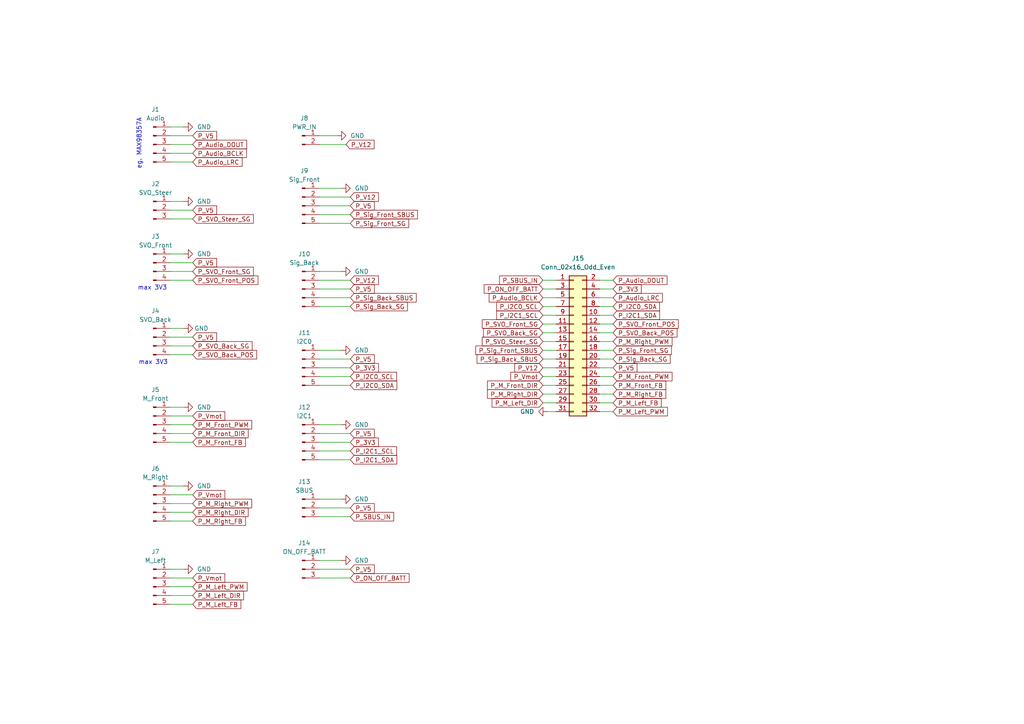
<source format=kicad_sch>
(kicad_sch
	(version 20231120)
	(generator "eeschema")
	(generator_version "8.0")
	(uuid "2f315463-9f3d-49a6-8f91-b72cd1b9239a")
	(paper "A4")
	(lib_symbols
		(symbol "Connector:Conn_01x02_Pin"
			(pin_names
				(offset 1.016) hide)
			(exclude_from_sim no)
			(in_bom yes)
			(on_board yes)
			(property "Reference" "J"
				(at 0 2.54 0)
				(effects
					(font
						(size 1.27 1.27)
					)
				)
			)
			(property "Value" "Conn_01x02_Pin"
				(at 0 -5.08 0)
				(effects
					(font
						(size 1.27 1.27)
					)
				)
			)
			(property "Footprint" ""
				(at 0 0 0)
				(effects
					(font
						(size 1.27 1.27)
					)
					(hide yes)
				)
			)
			(property "Datasheet" "~"
				(at 0 0 0)
				(effects
					(font
						(size 1.27 1.27)
					)
					(hide yes)
				)
			)
			(property "Description" "Generic connector, single row, 01x02, script generated"
				(at 0 0 0)
				(effects
					(font
						(size 1.27 1.27)
					)
					(hide yes)
				)
			)
			(property "ki_locked" ""
				(at 0 0 0)
				(effects
					(font
						(size 1.27 1.27)
					)
				)
			)
			(property "ki_keywords" "connector"
				(at 0 0 0)
				(effects
					(font
						(size 1.27 1.27)
					)
					(hide yes)
				)
			)
			(property "ki_fp_filters" "Connector*:*_1x??_*"
				(at 0 0 0)
				(effects
					(font
						(size 1.27 1.27)
					)
					(hide yes)
				)
			)
			(symbol "Conn_01x02_Pin_1_1"
				(polyline
					(pts
						(xy 1.27 -2.54) (xy 0.8636 -2.54)
					)
					(stroke
						(width 0.1524)
						(type default)
					)
					(fill
						(type none)
					)
				)
				(polyline
					(pts
						(xy 1.27 0) (xy 0.8636 0)
					)
					(stroke
						(width 0.1524)
						(type default)
					)
					(fill
						(type none)
					)
				)
				(rectangle
					(start 0.8636 -2.413)
					(end 0 -2.667)
					(stroke
						(width 0.1524)
						(type default)
					)
					(fill
						(type outline)
					)
				)
				(rectangle
					(start 0.8636 0.127)
					(end 0 -0.127)
					(stroke
						(width 0.1524)
						(type default)
					)
					(fill
						(type outline)
					)
				)
				(pin passive line
					(at 5.08 0 180)
					(length 3.81)
					(name "Pin_1"
						(effects
							(font
								(size 1.27 1.27)
							)
						)
					)
					(number "1"
						(effects
							(font
								(size 1.27 1.27)
							)
						)
					)
				)
				(pin passive line
					(at 5.08 -2.54 180)
					(length 3.81)
					(name "Pin_2"
						(effects
							(font
								(size 1.27 1.27)
							)
						)
					)
					(number "2"
						(effects
							(font
								(size 1.27 1.27)
							)
						)
					)
				)
			)
		)
		(symbol "Connector:Conn_01x03_Pin"
			(pin_names
				(offset 1.016) hide)
			(exclude_from_sim no)
			(in_bom yes)
			(on_board yes)
			(property "Reference" "J"
				(at 0 5.08 0)
				(effects
					(font
						(size 1.27 1.27)
					)
				)
			)
			(property "Value" "Conn_01x03_Pin"
				(at 0 -5.08 0)
				(effects
					(font
						(size 1.27 1.27)
					)
				)
			)
			(property "Footprint" ""
				(at 0 0 0)
				(effects
					(font
						(size 1.27 1.27)
					)
					(hide yes)
				)
			)
			(property "Datasheet" "~"
				(at 0 0 0)
				(effects
					(font
						(size 1.27 1.27)
					)
					(hide yes)
				)
			)
			(property "Description" "Generic connector, single row, 01x03, script generated"
				(at 0 0 0)
				(effects
					(font
						(size 1.27 1.27)
					)
					(hide yes)
				)
			)
			(property "ki_locked" ""
				(at 0 0 0)
				(effects
					(font
						(size 1.27 1.27)
					)
				)
			)
			(property "ki_keywords" "connector"
				(at 0 0 0)
				(effects
					(font
						(size 1.27 1.27)
					)
					(hide yes)
				)
			)
			(property "ki_fp_filters" "Connector*:*_1x??_*"
				(at 0 0 0)
				(effects
					(font
						(size 1.27 1.27)
					)
					(hide yes)
				)
			)
			(symbol "Conn_01x03_Pin_1_1"
				(polyline
					(pts
						(xy 1.27 -2.54) (xy 0.8636 -2.54)
					)
					(stroke
						(width 0.1524)
						(type default)
					)
					(fill
						(type none)
					)
				)
				(polyline
					(pts
						(xy 1.27 0) (xy 0.8636 0)
					)
					(stroke
						(width 0.1524)
						(type default)
					)
					(fill
						(type none)
					)
				)
				(polyline
					(pts
						(xy 1.27 2.54) (xy 0.8636 2.54)
					)
					(stroke
						(width 0.1524)
						(type default)
					)
					(fill
						(type none)
					)
				)
				(rectangle
					(start 0.8636 -2.413)
					(end 0 -2.667)
					(stroke
						(width 0.1524)
						(type default)
					)
					(fill
						(type outline)
					)
				)
				(rectangle
					(start 0.8636 0.127)
					(end 0 -0.127)
					(stroke
						(width 0.1524)
						(type default)
					)
					(fill
						(type outline)
					)
				)
				(rectangle
					(start 0.8636 2.667)
					(end 0 2.413)
					(stroke
						(width 0.1524)
						(type default)
					)
					(fill
						(type outline)
					)
				)
				(pin passive line
					(at 5.08 2.54 180)
					(length 3.81)
					(name "Pin_1"
						(effects
							(font
								(size 1.27 1.27)
							)
						)
					)
					(number "1"
						(effects
							(font
								(size 1.27 1.27)
							)
						)
					)
				)
				(pin passive line
					(at 5.08 0 180)
					(length 3.81)
					(name "Pin_2"
						(effects
							(font
								(size 1.27 1.27)
							)
						)
					)
					(number "2"
						(effects
							(font
								(size 1.27 1.27)
							)
						)
					)
				)
				(pin passive line
					(at 5.08 -2.54 180)
					(length 3.81)
					(name "Pin_3"
						(effects
							(font
								(size 1.27 1.27)
							)
						)
					)
					(number "3"
						(effects
							(font
								(size 1.27 1.27)
							)
						)
					)
				)
			)
		)
		(symbol "Connector:Conn_01x04_Pin"
			(pin_names
				(offset 1.016) hide)
			(exclude_from_sim no)
			(in_bom yes)
			(on_board yes)
			(property "Reference" "J"
				(at 0 5.08 0)
				(effects
					(font
						(size 1.27 1.27)
					)
				)
			)
			(property "Value" "Conn_01x04_Pin"
				(at 0 -7.62 0)
				(effects
					(font
						(size 1.27 1.27)
					)
				)
			)
			(property "Footprint" ""
				(at 0 0 0)
				(effects
					(font
						(size 1.27 1.27)
					)
					(hide yes)
				)
			)
			(property "Datasheet" "~"
				(at 0 0 0)
				(effects
					(font
						(size 1.27 1.27)
					)
					(hide yes)
				)
			)
			(property "Description" "Generic connector, single row, 01x04, script generated"
				(at 0 0 0)
				(effects
					(font
						(size 1.27 1.27)
					)
					(hide yes)
				)
			)
			(property "ki_locked" ""
				(at 0 0 0)
				(effects
					(font
						(size 1.27 1.27)
					)
				)
			)
			(property "ki_keywords" "connector"
				(at 0 0 0)
				(effects
					(font
						(size 1.27 1.27)
					)
					(hide yes)
				)
			)
			(property "ki_fp_filters" "Connector*:*_1x??_*"
				(at 0 0 0)
				(effects
					(font
						(size 1.27 1.27)
					)
					(hide yes)
				)
			)
			(symbol "Conn_01x04_Pin_1_1"
				(polyline
					(pts
						(xy 1.27 -5.08) (xy 0.8636 -5.08)
					)
					(stroke
						(width 0.1524)
						(type default)
					)
					(fill
						(type none)
					)
				)
				(polyline
					(pts
						(xy 1.27 -2.54) (xy 0.8636 -2.54)
					)
					(stroke
						(width 0.1524)
						(type default)
					)
					(fill
						(type none)
					)
				)
				(polyline
					(pts
						(xy 1.27 0) (xy 0.8636 0)
					)
					(stroke
						(width 0.1524)
						(type default)
					)
					(fill
						(type none)
					)
				)
				(polyline
					(pts
						(xy 1.27 2.54) (xy 0.8636 2.54)
					)
					(stroke
						(width 0.1524)
						(type default)
					)
					(fill
						(type none)
					)
				)
				(rectangle
					(start 0.8636 -4.953)
					(end 0 -5.207)
					(stroke
						(width 0.1524)
						(type default)
					)
					(fill
						(type outline)
					)
				)
				(rectangle
					(start 0.8636 -2.413)
					(end 0 -2.667)
					(stroke
						(width 0.1524)
						(type default)
					)
					(fill
						(type outline)
					)
				)
				(rectangle
					(start 0.8636 0.127)
					(end 0 -0.127)
					(stroke
						(width 0.1524)
						(type default)
					)
					(fill
						(type outline)
					)
				)
				(rectangle
					(start 0.8636 2.667)
					(end 0 2.413)
					(stroke
						(width 0.1524)
						(type default)
					)
					(fill
						(type outline)
					)
				)
				(pin passive line
					(at 5.08 2.54 180)
					(length 3.81)
					(name "Pin_1"
						(effects
							(font
								(size 1.27 1.27)
							)
						)
					)
					(number "1"
						(effects
							(font
								(size 1.27 1.27)
							)
						)
					)
				)
				(pin passive line
					(at 5.08 0 180)
					(length 3.81)
					(name "Pin_2"
						(effects
							(font
								(size 1.27 1.27)
							)
						)
					)
					(number "2"
						(effects
							(font
								(size 1.27 1.27)
							)
						)
					)
				)
				(pin passive line
					(at 5.08 -2.54 180)
					(length 3.81)
					(name "Pin_3"
						(effects
							(font
								(size 1.27 1.27)
							)
						)
					)
					(number "3"
						(effects
							(font
								(size 1.27 1.27)
							)
						)
					)
				)
				(pin passive line
					(at 5.08 -5.08 180)
					(length 3.81)
					(name "Pin_4"
						(effects
							(font
								(size 1.27 1.27)
							)
						)
					)
					(number "4"
						(effects
							(font
								(size 1.27 1.27)
							)
						)
					)
				)
			)
		)
		(symbol "Connector:Conn_01x05_Pin"
			(pin_names
				(offset 1.016) hide)
			(exclude_from_sim no)
			(in_bom yes)
			(on_board yes)
			(property "Reference" "J"
				(at 0 7.62 0)
				(effects
					(font
						(size 1.27 1.27)
					)
				)
			)
			(property "Value" "Conn_01x05_Pin"
				(at 0 -7.62 0)
				(effects
					(font
						(size 1.27 1.27)
					)
				)
			)
			(property "Footprint" ""
				(at 0 0 0)
				(effects
					(font
						(size 1.27 1.27)
					)
					(hide yes)
				)
			)
			(property "Datasheet" "~"
				(at 0 0 0)
				(effects
					(font
						(size 1.27 1.27)
					)
					(hide yes)
				)
			)
			(property "Description" "Generic connector, single row, 01x05, script generated"
				(at 0 0 0)
				(effects
					(font
						(size 1.27 1.27)
					)
					(hide yes)
				)
			)
			(property "ki_locked" ""
				(at 0 0 0)
				(effects
					(font
						(size 1.27 1.27)
					)
				)
			)
			(property "ki_keywords" "connector"
				(at 0 0 0)
				(effects
					(font
						(size 1.27 1.27)
					)
					(hide yes)
				)
			)
			(property "ki_fp_filters" "Connector*:*_1x??_*"
				(at 0 0 0)
				(effects
					(font
						(size 1.27 1.27)
					)
					(hide yes)
				)
			)
			(symbol "Conn_01x05_Pin_1_1"
				(polyline
					(pts
						(xy 1.27 -5.08) (xy 0.8636 -5.08)
					)
					(stroke
						(width 0.1524)
						(type default)
					)
					(fill
						(type none)
					)
				)
				(polyline
					(pts
						(xy 1.27 -2.54) (xy 0.8636 -2.54)
					)
					(stroke
						(width 0.1524)
						(type default)
					)
					(fill
						(type none)
					)
				)
				(polyline
					(pts
						(xy 1.27 0) (xy 0.8636 0)
					)
					(stroke
						(width 0.1524)
						(type default)
					)
					(fill
						(type none)
					)
				)
				(polyline
					(pts
						(xy 1.27 2.54) (xy 0.8636 2.54)
					)
					(stroke
						(width 0.1524)
						(type default)
					)
					(fill
						(type none)
					)
				)
				(polyline
					(pts
						(xy 1.27 5.08) (xy 0.8636 5.08)
					)
					(stroke
						(width 0.1524)
						(type default)
					)
					(fill
						(type none)
					)
				)
				(rectangle
					(start 0.8636 -4.953)
					(end 0 -5.207)
					(stroke
						(width 0.1524)
						(type default)
					)
					(fill
						(type outline)
					)
				)
				(rectangle
					(start 0.8636 -2.413)
					(end 0 -2.667)
					(stroke
						(width 0.1524)
						(type default)
					)
					(fill
						(type outline)
					)
				)
				(rectangle
					(start 0.8636 0.127)
					(end 0 -0.127)
					(stroke
						(width 0.1524)
						(type default)
					)
					(fill
						(type outline)
					)
				)
				(rectangle
					(start 0.8636 2.667)
					(end 0 2.413)
					(stroke
						(width 0.1524)
						(type default)
					)
					(fill
						(type outline)
					)
				)
				(rectangle
					(start 0.8636 5.207)
					(end 0 4.953)
					(stroke
						(width 0.1524)
						(type default)
					)
					(fill
						(type outline)
					)
				)
				(pin passive line
					(at 5.08 5.08 180)
					(length 3.81)
					(name "Pin_1"
						(effects
							(font
								(size 1.27 1.27)
							)
						)
					)
					(number "1"
						(effects
							(font
								(size 1.27 1.27)
							)
						)
					)
				)
				(pin passive line
					(at 5.08 2.54 180)
					(length 3.81)
					(name "Pin_2"
						(effects
							(font
								(size 1.27 1.27)
							)
						)
					)
					(number "2"
						(effects
							(font
								(size 1.27 1.27)
							)
						)
					)
				)
				(pin passive line
					(at 5.08 0 180)
					(length 3.81)
					(name "Pin_3"
						(effects
							(font
								(size 1.27 1.27)
							)
						)
					)
					(number "3"
						(effects
							(font
								(size 1.27 1.27)
							)
						)
					)
				)
				(pin passive line
					(at 5.08 -2.54 180)
					(length 3.81)
					(name "Pin_4"
						(effects
							(font
								(size 1.27 1.27)
							)
						)
					)
					(number "4"
						(effects
							(font
								(size 1.27 1.27)
							)
						)
					)
				)
				(pin passive line
					(at 5.08 -5.08 180)
					(length 3.81)
					(name "Pin_5"
						(effects
							(font
								(size 1.27 1.27)
							)
						)
					)
					(number "5"
						(effects
							(font
								(size 1.27 1.27)
							)
						)
					)
				)
			)
		)
		(symbol "Connector_Generic:Conn_02x16_Odd_Even"
			(pin_names
				(offset 1.016) hide)
			(exclude_from_sim no)
			(in_bom yes)
			(on_board yes)
			(property "Reference" "J"
				(at 1.27 20.32 0)
				(effects
					(font
						(size 1.27 1.27)
					)
				)
			)
			(property "Value" "Conn_02x16_Odd_Even"
				(at 1.27 -22.86 0)
				(effects
					(font
						(size 1.27 1.27)
					)
				)
			)
			(property "Footprint" ""
				(at 0 0 0)
				(effects
					(font
						(size 1.27 1.27)
					)
					(hide yes)
				)
			)
			(property "Datasheet" "~"
				(at 0 0 0)
				(effects
					(font
						(size 1.27 1.27)
					)
					(hide yes)
				)
			)
			(property "Description" "Generic connector, double row, 02x16, odd/even pin numbering scheme (row 1 odd numbers, row 2 even numbers), script generated (kicad-library-utils/schlib/autogen/connector/)"
				(at 0 0 0)
				(effects
					(font
						(size 1.27 1.27)
					)
					(hide yes)
				)
			)
			(property "ki_keywords" "connector"
				(at 0 0 0)
				(effects
					(font
						(size 1.27 1.27)
					)
					(hide yes)
				)
			)
			(property "ki_fp_filters" "Connector*:*_2x??_*"
				(at 0 0 0)
				(effects
					(font
						(size 1.27 1.27)
					)
					(hide yes)
				)
			)
			(symbol "Conn_02x16_Odd_Even_1_1"
				(rectangle
					(start -1.27 -20.193)
					(end 0 -20.447)
					(stroke
						(width 0.1524)
						(type default)
					)
					(fill
						(type none)
					)
				)
				(rectangle
					(start -1.27 -17.653)
					(end 0 -17.907)
					(stroke
						(width 0.1524)
						(type default)
					)
					(fill
						(type none)
					)
				)
				(rectangle
					(start -1.27 -15.113)
					(end 0 -15.367)
					(stroke
						(width 0.1524)
						(type default)
					)
					(fill
						(type none)
					)
				)
				(rectangle
					(start -1.27 -12.573)
					(end 0 -12.827)
					(stroke
						(width 0.1524)
						(type default)
					)
					(fill
						(type none)
					)
				)
				(rectangle
					(start -1.27 -10.033)
					(end 0 -10.287)
					(stroke
						(width 0.1524)
						(type default)
					)
					(fill
						(type none)
					)
				)
				(rectangle
					(start -1.27 -7.493)
					(end 0 -7.747)
					(stroke
						(width 0.1524)
						(type default)
					)
					(fill
						(type none)
					)
				)
				(rectangle
					(start -1.27 -4.953)
					(end 0 -5.207)
					(stroke
						(width 0.1524)
						(type default)
					)
					(fill
						(type none)
					)
				)
				(rectangle
					(start -1.27 -2.413)
					(end 0 -2.667)
					(stroke
						(width 0.1524)
						(type default)
					)
					(fill
						(type none)
					)
				)
				(rectangle
					(start -1.27 0.127)
					(end 0 -0.127)
					(stroke
						(width 0.1524)
						(type default)
					)
					(fill
						(type none)
					)
				)
				(rectangle
					(start -1.27 2.667)
					(end 0 2.413)
					(stroke
						(width 0.1524)
						(type default)
					)
					(fill
						(type none)
					)
				)
				(rectangle
					(start -1.27 5.207)
					(end 0 4.953)
					(stroke
						(width 0.1524)
						(type default)
					)
					(fill
						(type none)
					)
				)
				(rectangle
					(start -1.27 7.747)
					(end 0 7.493)
					(stroke
						(width 0.1524)
						(type default)
					)
					(fill
						(type none)
					)
				)
				(rectangle
					(start -1.27 10.287)
					(end 0 10.033)
					(stroke
						(width 0.1524)
						(type default)
					)
					(fill
						(type none)
					)
				)
				(rectangle
					(start -1.27 12.827)
					(end 0 12.573)
					(stroke
						(width 0.1524)
						(type default)
					)
					(fill
						(type none)
					)
				)
				(rectangle
					(start -1.27 15.367)
					(end 0 15.113)
					(stroke
						(width 0.1524)
						(type default)
					)
					(fill
						(type none)
					)
				)
				(rectangle
					(start -1.27 17.907)
					(end 0 17.653)
					(stroke
						(width 0.1524)
						(type default)
					)
					(fill
						(type none)
					)
				)
				(rectangle
					(start -1.27 19.05)
					(end 3.81 -21.59)
					(stroke
						(width 0.254)
						(type default)
					)
					(fill
						(type background)
					)
				)
				(rectangle
					(start 3.81 -20.193)
					(end 2.54 -20.447)
					(stroke
						(width 0.1524)
						(type default)
					)
					(fill
						(type none)
					)
				)
				(rectangle
					(start 3.81 -17.653)
					(end 2.54 -17.907)
					(stroke
						(width 0.1524)
						(type default)
					)
					(fill
						(type none)
					)
				)
				(rectangle
					(start 3.81 -15.113)
					(end 2.54 -15.367)
					(stroke
						(width 0.1524)
						(type default)
					)
					(fill
						(type none)
					)
				)
				(rectangle
					(start 3.81 -12.573)
					(end 2.54 -12.827)
					(stroke
						(width 0.1524)
						(type default)
					)
					(fill
						(type none)
					)
				)
				(rectangle
					(start 3.81 -10.033)
					(end 2.54 -10.287)
					(stroke
						(width 0.1524)
						(type default)
					)
					(fill
						(type none)
					)
				)
				(rectangle
					(start 3.81 -7.493)
					(end 2.54 -7.747)
					(stroke
						(width 0.1524)
						(type default)
					)
					(fill
						(type none)
					)
				)
				(rectangle
					(start 3.81 -4.953)
					(end 2.54 -5.207)
					(stroke
						(width 0.1524)
						(type default)
					)
					(fill
						(type none)
					)
				)
				(rectangle
					(start 3.81 -2.413)
					(end 2.54 -2.667)
					(stroke
						(width 0.1524)
						(type default)
					)
					(fill
						(type none)
					)
				)
				(rectangle
					(start 3.81 0.127)
					(end 2.54 -0.127)
					(stroke
						(width 0.1524)
						(type default)
					)
					(fill
						(type none)
					)
				)
				(rectangle
					(start 3.81 2.667)
					(end 2.54 2.413)
					(stroke
						(width 0.1524)
						(type default)
					)
					(fill
						(type none)
					)
				)
				(rectangle
					(start 3.81 5.207)
					(end 2.54 4.953)
					(stroke
						(width 0.1524)
						(type default)
					)
					(fill
						(type none)
					)
				)
				(rectangle
					(start 3.81 7.747)
					(end 2.54 7.493)
					(stroke
						(width 0.1524)
						(type default)
					)
					(fill
						(type none)
					)
				)
				(rectangle
					(start 3.81 10.287)
					(end 2.54 10.033)
					(stroke
						(width 0.1524)
						(type default)
					)
					(fill
						(type none)
					)
				)
				(rectangle
					(start 3.81 12.827)
					(end 2.54 12.573)
					(stroke
						(width 0.1524)
						(type default)
					)
					(fill
						(type none)
					)
				)
				(rectangle
					(start 3.81 15.367)
					(end 2.54 15.113)
					(stroke
						(width 0.1524)
						(type default)
					)
					(fill
						(type none)
					)
				)
				(rectangle
					(start 3.81 17.907)
					(end 2.54 17.653)
					(stroke
						(width 0.1524)
						(type default)
					)
					(fill
						(type none)
					)
				)
				(pin passive line
					(at -5.08 17.78 0)
					(length 3.81)
					(name "Pin_1"
						(effects
							(font
								(size 1.27 1.27)
							)
						)
					)
					(number "1"
						(effects
							(font
								(size 1.27 1.27)
							)
						)
					)
				)
				(pin passive line
					(at 7.62 7.62 180)
					(length 3.81)
					(name "Pin_10"
						(effects
							(font
								(size 1.27 1.27)
							)
						)
					)
					(number "10"
						(effects
							(font
								(size 1.27 1.27)
							)
						)
					)
				)
				(pin passive line
					(at -5.08 5.08 0)
					(length 3.81)
					(name "Pin_11"
						(effects
							(font
								(size 1.27 1.27)
							)
						)
					)
					(number "11"
						(effects
							(font
								(size 1.27 1.27)
							)
						)
					)
				)
				(pin passive line
					(at 7.62 5.08 180)
					(length 3.81)
					(name "Pin_12"
						(effects
							(font
								(size 1.27 1.27)
							)
						)
					)
					(number "12"
						(effects
							(font
								(size 1.27 1.27)
							)
						)
					)
				)
				(pin passive line
					(at -5.08 2.54 0)
					(length 3.81)
					(name "Pin_13"
						(effects
							(font
								(size 1.27 1.27)
							)
						)
					)
					(number "13"
						(effects
							(font
								(size 1.27 1.27)
							)
						)
					)
				)
				(pin passive line
					(at 7.62 2.54 180)
					(length 3.81)
					(name "Pin_14"
						(effects
							(font
								(size 1.27 1.27)
							)
						)
					)
					(number "14"
						(effects
							(font
								(size 1.27 1.27)
							)
						)
					)
				)
				(pin passive line
					(at -5.08 0 0)
					(length 3.81)
					(name "Pin_15"
						(effects
							(font
								(size 1.27 1.27)
							)
						)
					)
					(number "15"
						(effects
							(font
								(size 1.27 1.27)
							)
						)
					)
				)
				(pin passive line
					(at 7.62 0 180)
					(length 3.81)
					(name "Pin_16"
						(effects
							(font
								(size 1.27 1.27)
							)
						)
					)
					(number "16"
						(effects
							(font
								(size 1.27 1.27)
							)
						)
					)
				)
				(pin passive line
					(at -5.08 -2.54 0)
					(length 3.81)
					(name "Pin_17"
						(effects
							(font
								(size 1.27 1.27)
							)
						)
					)
					(number "17"
						(effects
							(font
								(size 1.27 1.27)
							)
						)
					)
				)
				(pin passive line
					(at 7.62 -2.54 180)
					(length 3.81)
					(name "Pin_18"
						(effects
							(font
								(size 1.27 1.27)
							)
						)
					)
					(number "18"
						(effects
							(font
								(size 1.27 1.27)
							)
						)
					)
				)
				(pin passive line
					(at -5.08 -5.08 0)
					(length 3.81)
					(name "Pin_19"
						(effects
							(font
								(size 1.27 1.27)
							)
						)
					)
					(number "19"
						(effects
							(font
								(size 1.27 1.27)
							)
						)
					)
				)
				(pin passive line
					(at 7.62 17.78 180)
					(length 3.81)
					(name "Pin_2"
						(effects
							(font
								(size 1.27 1.27)
							)
						)
					)
					(number "2"
						(effects
							(font
								(size 1.27 1.27)
							)
						)
					)
				)
				(pin passive line
					(at 7.62 -5.08 180)
					(length 3.81)
					(name "Pin_20"
						(effects
							(font
								(size 1.27 1.27)
							)
						)
					)
					(number "20"
						(effects
							(font
								(size 1.27 1.27)
							)
						)
					)
				)
				(pin passive line
					(at -5.08 -7.62 0)
					(length 3.81)
					(name "Pin_21"
						(effects
							(font
								(size 1.27 1.27)
							)
						)
					)
					(number "21"
						(effects
							(font
								(size 1.27 1.27)
							)
						)
					)
				)
				(pin passive line
					(at 7.62 -7.62 180)
					(length 3.81)
					(name "Pin_22"
						(effects
							(font
								(size 1.27 1.27)
							)
						)
					)
					(number "22"
						(effects
							(font
								(size 1.27 1.27)
							)
						)
					)
				)
				(pin passive line
					(at -5.08 -10.16 0)
					(length 3.81)
					(name "Pin_23"
						(effects
							(font
								(size 1.27 1.27)
							)
						)
					)
					(number "23"
						(effects
							(font
								(size 1.27 1.27)
							)
						)
					)
				)
				(pin passive line
					(at 7.62 -10.16 180)
					(length 3.81)
					(name "Pin_24"
						(effects
							(font
								(size 1.27 1.27)
							)
						)
					)
					(number "24"
						(effects
							(font
								(size 1.27 1.27)
							)
						)
					)
				)
				(pin passive line
					(at -5.08 -12.7 0)
					(length 3.81)
					(name "Pin_25"
						(effects
							(font
								(size 1.27 1.27)
							)
						)
					)
					(number "25"
						(effects
							(font
								(size 1.27 1.27)
							)
						)
					)
				)
				(pin passive line
					(at 7.62 -12.7 180)
					(length 3.81)
					(name "Pin_26"
						(effects
							(font
								(size 1.27 1.27)
							)
						)
					)
					(number "26"
						(effects
							(font
								(size 1.27 1.27)
							)
						)
					)
				)
				(pin passive line
					(at -5.08 -15.24 0)
					(length 3.81)
					(name "Pin_27"
						(effects
							(font
								(size 1.27 1.27)
							)
						)
					)
					(number "27"
						(effects
							(font
								(size 1.27 1.27)
							)
						)
					)
				)
				(pin passive line
					(at 7.62 -15.24 180)
					(length 3.81)
					(name "Pin_28"
						(effects
							(font
								(size 1.27 1.27)
							)
						)
					)
					(number "28"
						(effects
							(font
								(size 1.27 1.27)
							)
						)
					)
				)
				(pin passive line
					(at -5.08 -17.78 0)
					(length 3.81)
					(name "Pin_29"
						(effects
							(font
								(size 1.27 1.27)
							)
						)
					)
					(number "29"
						(effects
							(font
								(size 1.27 1.27)
							)
						)
					)
				)
				(pin passive line
					(at -5.08 15.24 0)
					(length 3.81)
					(name "Pin_3"
						(effects
							(font
								(size 1.27 1.27)
							)
						)
					)
					(number "3"
						(effects
							(font
								(size 1.27 1.27)
							)
						)
					)
				)
				(pin passive line
					(at 7.62 -17.78 180)
					(length 3.81)
					(name "Pin_30"
						(effects
							(font
								(size 1.27 1.27)
							)
						)
					)
					(number "30"
						(effects
							(font
								(size 1.27 1.27)
							)
						)
					)
				)
				(pin passive line
					(at -5.08 -20.32 0)
					(length 3.81)
					(name "Pin_31"
						(effects
							(font
								(size 1.27 1.27)
							)
						)
					)
					(number "31"
						(effects
							(font
								(size 1.27 1.27)
							)
						)
					)
				)
				(pin passive line
					(at 7.62 -20.32 180)
					(length 3.81)
					(name "Pin_32"
						(effects
							(font
								(size 1.27 1.27)
							)
						)
					)
					(number "32"
						(effects
							(font
								(size 1.27 1.27)
							)
						)
					)
				)
				(pin passive line
					(at 7.62 15.24 180)
					(length 3.81)
					(name "Pin_4"
						(effects
							(font
								(size 1.27 1.27)
							)
						)
					)
					(number "4"
						(effects
							(font
								(size 1.27 1.27)
							)
						)
					)
				)
				(pin passive line
					(at -5.08 12.7 0)
					(length 3.81)
					(name "Pin_5"
						(effects
							(font
								(size 1.27 1.27)
							)
						)
					)
					(number "5"
						(effects
							(font
								(size 1.27 1.27)
							)
						)
					)
				)
				(pin passive line
					(at 7.62 12.7 180)
					(length 3.81)
					(name "Pin_6"
						(effects
							(font
								(size 1.27 1.27)
							)
						)
					)
					(number "6"
						(effects
							(font
								(size 1.27 1.27)
							)
						)
					)
				)
				(pin passive line
					(at -5.08 10.16 0)
					(length 3.81)
					(name "Pin_7"
						(effects
							(font
								(size 1.27 1.27)
							)
						)
					)
					(number "7"
						(effects
							(font
								(size 1.27 1.27)
							)
						)
					)
				)
				(pin passive line
					(at 7.62 10.16 180)
					(length 3.81)
					(name "Pin_8"
						(effects
							(font
								(size 1.27 1.27)
							)
						)
					)
					(number "8"
						(effects
							(font
								(size 1.27 1.27)
							)
						)
					)
				)
				(pin passive line
					(at -5.08 7.62 0)
					(length 3.81)
					(name "Pin_9"
						(effects
							(font
								(size 1.27 1.27)
							)
						)
					)
					(number "9"
						(effects
							(font
								(size 1.27 1.27)
							)
						)
					)
				)
			)
		)
		(symbol "power:GND"
			(power)
			(pin_numbers hide)
			(pin_names
				(offset 0) hide)
			(exclude_from_sim no)
			(in_bom yes)
			(on_board yes)
			(property "Reference" "#PWR"
				(at 0 -6.35 0)
				(effects
					(font
						(size 1.27 1.27)
					)
					(hide yes)
				)
			)
			(property "Value" "GND"
				(at 0 -3.81 0)
				(effects
					(font
						(size 1.27 1.27)
					)
				)
			)
			(property "Footprint" ""
				(at 0 0 0)
				(effects
					(font
						(size 1.27 1.27)
					)
					(hide yes)
				)
			)
			(property "Datasheet" ""
				(at 0 0 0)
				(effects
					(font
						(size 1.27 1.27)
					)
					(hide yes)
				)
			)
			(property "Description" "Power symbol creates a global label with name \"GND\" , ground"
				(at 0 0 0)
				(effects
					(font
						(size 1.27 1.27)
					)
					(hide yes)
				)
			)
			(property "ki_keywords" "global power"
				(at 0 0 0)
				(effects
					(font
						(size 1.27 1.27)
					)
					(hide yes)
				)
			)
			(symbol "GND_0_1"
				(polyline
					(pts
						(xy 0 0) (xy 0 -1.27) (xy 1.27 -1.27) (xy 0 -2.54) (xy -1.27 -1.27) (xy 0 -1.27)
					)
					(stroke
						(width 0)
						(type default)
					)
					(fill
						(type none)
					)
				)
			)
			(symbol "GND_1_1"
				(pin power_in line
					(at 0 0 270)
					(length 0)
					(name "~"
						(effects
							(font
								(size 1.27 1.27)
							)
						)
					)
					(number "1"
						(effects
							(font
								(size 1.27 1.27)
							)
						)
					)
				)
			)
		)
	)
	(wire
		(pts
			(xy 49.53 46.99) (xy 55.88 46.99)
		)
		(stroke
			(width 0)
			(type default)
		)
		(uuid "01767175-b798-4e64-bcb8-95ef1d5d30ac")
	)
	(wire
		(pts
			(xy 173.99 111.76) (xy 177.8 111.76)
		)
		(stroke
			(width 0)
			(type default)
		)
		(uuid "0b30605d-837c-42c4-a917-868786be4155")
	)
	(wire
		(pts
			(xy 92.71 59.69) (xy 101.6 59.69)
		)
		(stroke
			(width 0)
			(type default)
		)
		(uuid "0daecc00-4382-402c-bead-5be18654a555")
	)
	(wire
		(pts
			(xy 173.99 109.22) (xy 177.8 109.22)
		)
		(stroke
			(width 0)
			(type default)
		)
		(uuid "0e077eca-b379-4d53-aa39-e68f60968380")
	)
	(wire
		(pts
			(xy 173.99 91.44) (xy 177.8 91.44)
		)
		(stroke
			(width 0)
			(type default)
		)
		(uuid "0e39d8f1-f2c4-420d-bc9c-45e6b82bdff7")
	)
	(wire
		(pts
			(xy 49.53 151.13) (xy 55.88 151.13)
		)
		(stroke
			(width 0)
			(type default)
		)
		(uuid "0ecb4350-e3d5-41a2-9281-2fbe25266f64")
	)
	(wire
		(pts
			(xy 157.48 104.14) (xy 161.29 104.14)
		)
		(stroke
			(width 0)
			(type default)
		)
		(uuid "0fd629ed-5ffb-4c49-af3e-55f1f5165039")
	)
	(wire
		(pts
			(xy 49.53 58.42) (xy 53.34 58.42)
		)
		(stroke
			(width 0)
			(type default)
		)
		(uuid "11d101ee-bee0-4478-9d95-ebc6db7188f0")
	)
	(wire
		(pts
			(xy 92.71 104.14) (xy 101.6 104.14)
		)
		(stroke
			(width 0)
			(type default)
		)
		(uuid "126640ad-df9e-4b0f-881f-1d18ef99b46a")
	)
	(wire
		(pts
			(xy 173.99 114.3) (xy 177.8 114.3)
		)
		(stroke
			(width 0)
			(type default)
		)
		(uuid "153fc356-c5f6-4ccf-b0fd-eb432d29d7c4")
	)
	(wire
		(pts
			(xy 173.99 116.84) (xy 177.8 116.84)
		)
		(stroke
			(width 0)
			(type default)
		)
		(uuid "15494e1a-769c-4891-b910-0438a2310936")
	)
	(wire
		(pts
			(xy 157.48 86.36) (xy 161.29 86.36)
		)
		(stroke
			(width 0)
			(type default)
		)
		(uuid "1b2674cf-be5c-4ba1-85c6-cad846be7538")
	)
	(wire
		(pts
			(xy 92.71 133.35) (xy 101.6 133.35)
		)
		(stroke
			(width 0)
			(type default)
		)
		(uuid "1bc5cde8-234c-48dd-8b30-f46b516a2085")
	)
	(wire
		(pts
			(xy 157.48 111.76) (xy 161.29 111.76)
		)
		(stroke
			(width 0)
			(type default)
		)
		(uuid "1f35d860-0f71-4d82-86f3-f0f2a07c7a67")
	)
	(wire
		(pts
			(xy 92.71 88.9) (xy 101.6 88.9)
		)
		(stroke
			(width 0)
			(type default)
		)
		(uuid "2043f843-0ac9-4abe-8a21-e9d8d4227422")
	)
	(wire
		(pts
			(xy 173.99 106.68) (xy 177.8 106.68)
		)
		(stroke
			(width 0)
			(type default)
		)
		(uuid "20a45a0c-f1f1-4724-bf8d-2a3dfaad6b4f")
	)
	(wire
		(pts
			(xy 49.53 39.37) (xy 55.88 39.37)
		)
		(stroke
			(width 0)
			(type default)
		)
		(uuid "29ca7877-9bfc-489f-964d-346757c9a6ad")
	)
	(wire
		(pts
			(xy 157.48 96.52) (xy 161.29 96.52)
		)
		(stroke
			(width 0)
			(type default)
		)
		(uuid "2aa0ee67-1cca-4eb0-8305-f4340875643f")
	)
	(wire
		(pts
			(xy 157.48 83.82) (xy 161.29 83.82)
		)
		(stroke
			(width 0)
			(type default)
		)
		(uuid "2d46f38a-e1ff-4d37-a2e4-a7585c28bef5")
	)
	(wire
		(pts
			(xy 92.71 106.68) (xy 101.6 106.68)
		)
		(stroke
			(width 0)
			(type default)
		)
		(uuid "321ae352-2992-4d94-b3b4-ab9b8f974ef5")
	)
	(wire
		(pts
			(xy 49.53 118.11) (xy 53.34 118.11)
		)
		(stroke
			(width 0)
			(type default)
		)
		(uuid "3662e835-d011-453d-803c-eebea9a8fe03")
	)
	(wire
		(pts
			(xy 49.53 73.66) (xy 53.34 73.66)
		)
		(stroke
			(width 0)
			(type default)
		)
		(uuid "3943b505-bc27-4fbf-afbc-2b119df8d436")
	)
	(wire
		(pts
			(xy 92.71 41.91) (xy 100.33 41.91)
		)
		(stroke
			(width 0)
			(type default)
		)
		(uuid "3c27e8b7-1cdf-435c-846f-e3611c690398")
	)
	(wire
		(pts
			(xy 92.71 162.56) (xy 99.06 162.56)
		)
		(stroke
			(width 0)
			(type default)
		)
		(uuid "3d494172-47b3-4dae-ac03-7adcdf2a7624")
	)
	(wire
		(pts
			(xy 49.53 140.97) (xy 53.34 140.97)
		)
		(stroke
			(width 0)
			(type default)
		)
		(uuid "41eb3bd6-e85c-4b93-b568-60be43f15e65")
	)
	(wire
		(pts
			(xy 92.71 64.77) (xy 101.6 64.77)
		)
		(stroke
			(width 0)
			(type default)
		)
		(uuid "43fc6be6-7f22-4f6a-aa14-0b2fb52aefac")
	)
	(wire
		(pts
			(xy 92.71 86.36) (xy 101.6 86.36)
		)
		(stroke
			(width 0)
			(type default)
		)
		(uuid "448b67f6-64ae-4ad3-a4b2-3b021965af3e")
	)
	(wire
		(pts
			(xy 173.99 99.06) (xy 177.8 99.06)
		)
		(stroke
			(width 0)
			(type default)
		)
		(uuid "471d7d20-2623-4a86-8191-8eb2a250fa18")
	)
	(wire
		(pts
			(xy 158.75 119.38) (xy 161.29 119.38)
		)
		(stroke
			(width 0)
			(type default)
		)
		(uuid "47c11be3-3626-4212-aef7-1e54e371e3ea")
	)
	(wire
		(pts
			(xy 157.48 114.3) (xy 161.29 114.3)
		)
		(stroke
			(width 0)
			(type default)
		)
		(uuid "50d762c2-71d1-40a5-a9b5-d1474c57b28c")
	)
	(wire
		(pts
			(xy 49.53 125.73) (xy 55.88 125.73)
		)
		(stroke
			(width 0)
			(type default)
		)
		(uuid "524c6ec2-8720-472a-b122-60dd2aa31243")
	)
	(wire
		(pts
			(xy 49.53 44.45) (xy 55.88 44.45)
		)
		(stroke
			(width 0)
			(type default)
		)
		(uuid "58aad999-07c8-4f14-896a-a113a9b66d44")
	)
	(wire
		(pts
			(xy 173.99 81.28) (xy 177.8 81.28)
		)
		(stroke
			(width 0)
			(type default)
		)
		(uuid "59835d2f-09c2-40dd-80aa-032706fffec9")
	)
	(wire
		(pts
			(xy 92.71 83.82) (xy 101.6 83.82)
		)
		(stroke
			(width 0)
			(type default)
		)
		(uuid "5a97db5d-628d-467d-a399-041a5d82aa6b")
	)
	(wire
		(pts
			(xy 92.71 123.19) (xy 99.06 123.19)
		)
		(stroke
			(width 0)
			(type default)
		)
		(uuid "5ad74d0d-bd35-45bb-b9d5-d6b107b70386")
	)
	(wire
		(pts
			(xy 49.53 76.2) (xy 55.88 76.2)
		)
		(stroke
			(width 0)
			(type default)
		)
		(uuid "67965bd1-021d-4545-ac09-daed0de00514")
	)
	(wire
		(pts
			(xy 49.53 170.18) (xy 55.88 170.18)
		)
		(stroke
			(width 0)
			(type default)
		)
		(uuid "69e97eef-fd98-495d-a2de-d1e96cdeea4d")
	)
	(wire
		(pts
			(xy 173.99 119.38) (xy 177.8 119.38)
		)
		(stroke
			(width 0)
			(type default)
		)
		(uuid "6b6b0d5b-6930-421f-a6d7-48162900fe65")
	)
	(wire
		(pts
			(xy 92.71 167.64) (xy 101.6 167.64)
		)
		(stroke
			(width 0)
			(type default)
		)
		(uuid "6ee9c5bd-e926-4fe8-a742-562a71bb0f0c")
	)
	(wire
		(pts
			(xy 92.71 147.32) (xy 101.6 147.32)
		)
		(stroke
			(width 0)
			(type default)
		)
		(uuid "7538a420-5d42-4f51-bfce-ec7f8348f07f")
	)
	(wire
		(pts
			(xy 173.99 88.9) (xy 177.8 88.9)
		)
		(stroke
			(width 0)
			(type default)
		)
		(uuid "75a77406-08fc-44e2-967c-d555b53ba4f3")
	)
	(wire
		(pts
			(xy 92.71 149.86) (xy 101.6 149.86)
		)
		(stroke
			(width 0)
			(type default)
		)
		(uuid "7dfafd37-dc06-447d-8167-45c1bca7153e")
	)
	(wire
		(pts
			(xy 92.71 144.78) (xy 99.06 144.78)
		)
		(stroke
			(width 0)
			(type default)
		)
		(uuid "7f7d065b-3aef-4bc9-b023-851e0e14cf3e")
	)
	(wire
		(pts
			(xy 157.48 81.28) (xy 161.29 81.28)
		)
		(stroke
			(width 0)
			(type default)
		)
		(uuid "858ed5ca-82f0-4e30-bad2-975b95e95537")
	)
	(wire
		(pts
			(xy 157.48 116.84) (xy 161.29 116.84)
		)
		(stroke
			(width 0)
			(type default)
		)
		(uuid "874d8e32-5475-4cd1-adca-43a48f22515e")
	)
	(wire
		(pts
			(xy 173.99 83.82) (xy 177.8 83.82)
		)
		(stroke
			(width 0)
			(type default)
		)
		(uuid "89044e15-1f72-4987-8758-7b34cba44dca")
	)
	(wire
		(pts
			(xy 173.99 101.6) (xy 177.8 101.6)
		)
		(stroke
			(width 0)
			(type default)
		)
		(uuid "8cb02a0b-66cd-40f8-a509-bdbba220196f")
	)
	(wire
		(pts
			(xy 92.71 125.73) (xy 101.6 125.73)
		)
		(stroke
			(width 0)
			(type default)
		)
		(uuid "8e469e18-633d-4734-814c-33ad547828a5")
	)
	(wire
		(pts
			(xy 49.53 41.91) (xy 55.88 41.91)
		)
		(stroke
			(width 0)
			(type default)
		)
		(uuid "8e7a8d02-4fe1-4971-aca6-82cd739e5c1f")
	)
	(wire
		(pts
			(xy 173.99 93.98) (xy 177.8 93.98)
		)
		(stroke
			(width 0)
			(type default)
		)
		(uuid "8f9b8795-e271-4b56-8df2-05cadb63d7b2")
	)
	(wire
		(pts
			(xy 92.71 81.28) (xy 101.6 81.28)
		)
		(stroke
			(width 0)
			(type default)
		)
		(uuid "93694741-5007-4e72-818b-ff8b1a009aea")
	)
	(wire
		(pts
			(xy 92.71 165.1) (xy 101.6 165.1)
		)
		(stroke
			(width 0)
			(type default)
		)
		(uuid "9524d6b6-6b1d-44f8-ac0f-3408ac33c0f6")
	)
	(wire
		(pts
			(xy 49.53 63.5) (xy 55.88 63.5)
		)
		(stroke
			(width 0)
			(type default)
		)
		(uuid "95670704-1fea-48df-a90a-60b524132932")
	)
	(wire
		(pts
			(xy 49.53 165.1) (xy 53.34 165.1)
		)
		(stroke
			(width 0)
			(type default)
		)
		(uuid "95ec011c-9329-4f5f-8779-8928777eafb5")
	)
	(wire
		(pts
			(xy 157.48 91.44) (xy 161.29 91.44)
		)
		(stroke
			(width 0)
			(type default)
		)
		(uuid "9bd96034-bc33-430f-935a-61833ab6138e")
	)
	(wire
		(pts
			(xy 49.53 60.96) (xy 55.88 60.96)
		)
		(stroke
			(width 0)
			(type default)
		)
		(uuid "9ce00327-755e-4eec-affd-ee5ffc2f24d7")
	)
	(wire
		(pts
			(xy 49.53 128.27) (xy 55.88 128.27)
		)
		(stroke
			(width 0)
			(type default)
		)
		(uuid "a0bd4af1-fb09-42f5-a9fc-9a47e3c6394c")
	)
	(wire
		(pts
			(xy 49.53 146.05) (xy 55.88 146.05)
		)
		(stroke
			(width 0)
			(type default)
		)
		(uuid "a3574804-d98f-4ab4-9a92-c3ee236e14a0")
	)
	(wire
		(pts
			(xy 157.48 109.22) (xy 161.29 109.22)
		)
		(stroke
			(width 0)
			(type default)
		)
		(uuid "a4358750-b491-46ab-81fc-eeba4ae5533b")
	)
	(wire
		(pts
			(xy 173.99 104.14) (xy 177.8 104.14)
		)
		(stroke
			(width 0)
			(type default)
		)
		(uuid "a93a0513-3267-4d04-b665-8103eb2d3aab")
	)
	(wire
		(pts
			(xy 49.53 78.74) (xy 55.88 78.74)
		)
		(stroke
			(width 0)
			(type default)
		)
		(uuid "a9a02bd1-d031-4dae-853a-bf38f6b8f877")
	)
	(wire
		(pts
			(xy 49.53 123.19) (xy 55.88 123.19)
		)
		(stroke
			(width 0)
			(type default)
		)
		(uuid "abe5f168-0471-473c-875e-1506b27580d1")
	)
	(wire
		(pts
			(xy 92.71 57.15) (xy 101.6 57.15)
		)
		(stroke
			(width 0)
			(type default)
		)
		(uuid "ac8d1a65-43bb-423b-8a14-bd650cd0aa65")
	)
	(wire
		(pts
			(xy 92.71 54.61) (xy 99.06 54.61)
		)
		(stroke
			(width 0)
			(type default)
		)
		(uuid "acc7aaf3-5bb3-494e-9c8a-bf9ccf4213c4")
	)
	(wire
		(pts
			(xy 92.71 101.6) (xy 99.06 101.6)
		)
		(stroke
			(width 0)
			(type default)
		)
		(uuid "ae9e4099-053d-4c5b-ad9c-7658d315a74d")
	)
	(wire
		(pts
			(xy 92.71 109.22) (xy 101.6 109.22)
		)
		(stroke
			(width 0)
			(type default)
		)
		(uuid "b04d6368-a788-41e8-acff-48e1f7a9088a")
	)
	(wire
		(pts
			(xy 157.48 106.68) (xy 161.29 106.68)
		)
		(stroke
			(width 0)
			(type default)
		)
		(uuid "b10c51fb-0ed8-40ad-9f8b-51881f099982")
	)
	(wire
		(pts
			(xy 49.53 97.79) (xy 55.88 97.79)
		)
		(stroke
			(width 0)
			(type default)
		)
		(uuid "b4eb2c0c-8b2d-432a-8a62-0457a67f55d0")
	)
	(wire
		(pts
			(xy 49.53 143.51) (xy 55.88 143.51)
		)
		(stroke
			(width 0)
			(type default)
		)
		(uuid "b6b4b328-c969-4330-b088-0398aa69feba")
	)
	(wire
		(pts
			(xy 49.53 81.28) (xy 55.88 81.28)
		)
		(stroke
			(width 0)
			(type default)
		)
		(uuid "b95aea97-459b-4ef7-a4e4-c3c34ad274c1")
	)
	(wire
		(pts
			(xy 49.53 120.65) (xy 55.88 120.65)
		)
		(stroke
			(width 0)
			(type default)
		)
		(uuid "b9cf2081-679f-411d-a6e3-d93c7e4b5470")
	)
	(wire
		(pts
			(xy 49.53 100.33) (xy 55.88 100.33)
		)
		(stroke
			(width 0)
			(type default)
		)
		(uuid "bd938fbe-30f6-489f-bcbb-4aa29d2700c8")
	)
	(wire
		(pts
			(xy 49.53 95.25) (xy 53.34 95.25)
		)
		(stroke
			(width 0)
			(type default)
		)
		(uuid "be74b1f1-ffb7-44fa-ad98-e2d73a3b542d")
	)
	(wire
		(pts
			(xy 92.71 62.23) (xy 101.6 62.23)
		)
		(stroke
			(width 0)
			(type default)
		)
		(uuid "c5127340-f442-44ef-b86a-569e81d364d3")
	)
	(wire
		(pts
			(xy 173.99 96.52) (xy 177.8 96.52)
		)
		(stroke
			(width 0)
			(type default)
		)
		(uuid "c7525e66-0b6a-4f51-808c-264ad7a35b32")
	)
	(wire
		(pts
			(xy 92.71 128.27) (xy 101.6 128.27)
		)
		(stroke
			(width 0)
			(type default)
		)
		(uuid "c8c2a8a3-e2be-451b-8590-38907fcceb42")
	)
	(wire
		(pts
			(xy 49.53 172.72) (xy 55.88 172.72)
		)
		(stroke
			(width 0)
			(type default)
		)
		(uuid "cc0324af-d7f8-4ed0-b5be-aceb67055194")
	)
	(wire
		(pts
			(xy 92.71 111.76) (xy 101.6 111.76)
		)
		(stroke
			(width 0)
			(type default)
		)
		(uuid "cc2b1b3f-2bb5-4961-8d8a-5f56079f2ecf")
	)
	(wire
		(pts
			(xy 92.71 39.37) (xy 97.79 39.37)
		)
		(stroke
			(width 0)
			(type default)
		)
		(uuid "cd2059be-f868-449d-8e1e-296cd4213d16")
	)
	(wire
		(pts
			(xy 49.53 36.83) (xy 53.34 36.83)
		)
		(stroke
			(width 0)
			(type default)
		)
		(uuid "d0136181-1958-447d-bd36-da62a2722b64")
	)
	(wire
		(pts
			(xy 157.48 93.98) (xy 161.29 93.98)
		)
		(stroke
			(width 0)
			(type default)
		)
		(uuid "db471346-a327-4315-bfdd-f83aa9b7f0c9")
	)
	(wire
		(pts
			(xy 92.71 78.74) (xy 99.06 78.74)
		)
		(stroke
			(width 0)
			(type default)
		)
		(uuid "decb5083-f317-462d-8c56-755bb63700fd")
	)
	(wire
		(pts
			(xy 49.53 167.64) (xy 55.88 167.64)
		)
		(stroke
			(width 0)
			(type default)
		)
		(uuid "df139505-a866-4c13-a7d4-b14a967b7ace")
	)
	(wire
		(pts
			(xy 157.48 99.06) (xy 161.29 99.06)
		)
		(stroke
			(width 0)
			(type default)
		)
		(uuid "e56728fc-bf45-4033-a4cd-937ff38bcd2e")
	)
	(wire
		(pts
			(xy 49.53 175.26) (xy 55.88 175.26)
		)
		(stroke
			(width 0)
			(type default)
		)
		(uuid "e70a37ac-7e02-43c0-be57-557a4905e14c")
	)
	(wire
		(pts
			(xy 92.71 130.81) (xy 101.6 130.81)
		)
		(stroke
			(width 0)
			(type default)
		)
		(uuid "f0622fef-3ec0-46b6-9837-dda0c7079f50")
	)
	(wire
		(pts
			(xy 157.48 101.6) (xy 161.29 101.6)
		)
		(stroke
			(width 0)
			(type default)
		)
		(uuid "f3c0fbf6-1231-4c77-8fc6-b20942fc3b90")
	)
	(wire
		(pts
			(xy 173.99 86.36) (xy 177.8 86.36)
		)
		(stroke
			(width 0)
			(type default)
		)
		(uuid "f5fc41b8-5778-43bf-8e7d-7a1c991381a0")
	)
	(wire
		(pts
			(xy 157.48 88.9) (xy 161.29 88.9)
		)
		(stroke
			(width 0)
			(type default)
		)
		(uuid "f67ed8da-16bb-49b5-a082-9dee90fa8756")
	)
	(wire
		(pts
			(xy 49.53 148.59) (xy 55.88 148.59)
		)
		(stroke
			(width 0)
			(type default)
		)
		(uuid "f81353ae-7480-49b1-84b9-8e7a0d3aece2")
	)
	(wire
		(pts
			(xy 49.53 102.87) (xy 55.88 102.87)
		)
		(stroke
			(width 0)
			(type default)
		)
		(uuid "fa762d2e-db9a-43db-9bf6-f97dbdf5f67d")
	)
	(text "max 3V3\n"
		(exclude_from_sim no)
		(at 44.45 105.156 0)
		(effects
			(font
				(size 1.27 1.27)
			)
		)
		(uuid "316b3647-cc2d-4eea-9980-1f16f35c3e95")
	)
	(text "max 3V3\n"
		(exclude_from_sim no)
		(at 44.196 83.566 0)
		(effects
			(font
				(size 1.27 1.27)
			)
		)
		(uuid "402bd46b-3653-4d7d-b062-74acb593811b")
	)
	(text "eg. MAX98357A"
		(exclude_from_sim no)
		(at 40.386 41.656 90)
		(effects
			(font
				(size 1.27 1.27)
			)
		)
		(uuid "506c5e94-8d28-45e8-9d7f-dfe8034a4ccc")
	)
	(global_label "P_V12"
		(shape input)
		(at 157.48 106.68 180)
		(fields_autoplaced yes)
		(effects
			(font
				(size 1.27 1.27)
			)
			(justify right)
		)
		(uuid "01483a53-898e-45c6-9e38-bd11f24fea69")
		(property "Intersheetrefs" "${INTERSHEET_REFS}"
			(at 148.7496 106.68 0)
			(effects
				(font
					(size 1.27 1.27)
				)
				(justify right)
				(hide yes)
			)
		)
	)
	(global_label "P_Vmot"
		(shape input)
		(at 157.48 109.22 180)
		(fields_autoplaced yes)
		(effects
			(font
				(size 1.27 1.27)
			)
			(justify right)
		)
		(uuid "0516895e-4b34-4d6d-96fc-56192b5512e7")
		(property "Intersheetrefs" "${INTERSHEET_REFS}"
			(at 147.6006 109.22 0)
			(effects
				(font
					(size 1.27 1.27)
				)
				(justify right)
				(hide yes)
			)
		)
	)
	(global_label "P_Sig_Back_SG"
		(shape input)
		(at 101.6 88.9 0)
		(fields_autoplaced yes)
		(effects
			(font
				(size 1.27 1.27)
			)
			(justify left)
		)
		(uuid "062a3f37-112f-4a0b-880a-3830b850012d")
		(property "Intersheetrefs" "${INTERSHEET_REFS}"
			(at 118.7365 88.9 0)
			(effects
				(font
					(size 1.27 1.27)
				)
				(justify left)
				(hide yes)
			)
		)
	)
	(global_label "P_V5"
		(shape input)
		(at 55.88 60.96 0)
		(fields_autoplaced yes)
		(effects
			(font
				(size 1.27 1.27)
			)
			(justify left)
		)
		(uuid "063bb5c6-75f5-481c-9618-d81d0d63d53b")
		(property "Intersheetrefs" "${INTERSHEET_REFS}"
			(at 63.4009 60.96 0)
			(effects
				(font
					(size 1.27 1.27)
				)
				(justify left)
				(hide yes)
			)
		)
	)
	(global_label "P_M_Front_DIR"
		(shape input)
		(at 55.88 125.73 0)
		(fields_autoplaced yes)
		(effects
			(font
				(size 1.27 1.27)
			)
			(justify left)
		)
		(uuid "063f6d0e-6ba1-4fdc-b34b-7a1a9bc32104")
		(property "Intersheetrefs" "${INTERSHEET_REFS}"
			(at 72.5327 125.73 0)
			(effects
				(font
					(size 1.27 1.27)
				)
				(justify left)
				(hide yes)
			)
		)
	)
	(global_label "P_M_Front_DIR"
		(shape input)
		(at 157.48 111.76 180)
		(fields_autoplaced yes)
		(effects
			(font
				(size 1.27 1.27)
			)
			(justify right)
		)
		(uuid "0cf21635-1244-49e5-bb83-b19c63ba6b66")
		(property "Intersheetrefs" "${INTERSHEET_REFS}"
			(at 140.8273 111.76 0)
			(effects
				(font
					(size 1.27 1.27)
				)
				(justify right)
				(hide yes)
			)
		)
	)
	(global_label "P_SVO_Back_SG"
		(shape input)
		(at 55.88 100.33 0)
		(fields_autoplaced yes)
		(effects
			(font
				(size 1.27 1.27)
			)
			(justify left)
		)
		(uuid "1042deca-6ea8-4617-a579-4ed9b01b799a")
		(property "Intersheetrefs" "${INTERSHEET_REFS}"
			(at 73.6818 100.33 0)
			(effects
				(font
					(size 1.27 1.27)
				)
				(justify left)
				(hide yes)
			)
		)
	)
	(global_label "P_Audio_LRC"
		(shape input)
		(at 177.8 86.36 0)
		(fields_autoplaced yes)
		(effects
			(font
				(size 1.27 1.27)
			)
			(justify left)
		)
		(uuid "120da7d0-baed-4e26-bbc9-45b3ea1a38cc")
		(property "Intersheetrefs" "${INTERSHEET_REFS}"
			(at 192.6989 86.36 0)
			(effects
				(font
					(size 1.27 1.27)
				)
				(justify left)
				(hide yes)
			)
		)
	)
	(global_label "P_M_Front_FB"
		(shape input)
		(at 55.88 128.27 0)
		(fields_autoplaced yes)
		(effects
			(font
				(size 1.27 1.27)
			)
			(justify left)
		)
		(uuid "12e0c96a-9a74-4430-a0f6-e3d697328b87")
		(property "Intersheetrefs" "${INTERSHEET_REFS}"
			(at 71.7465 128.27 0)
			(effects
				(font
					(size 1.27 1.27)
				)
				(justify left)
				(hide yes)
			)
		)
	)
	(global_label "P_V12"
		(shape input)
		(at 101.6 81.28 0)
		(fields_autoplaced yes)
		(effects
			(font
				(size 1.27 1.27)
			)
			(justify left)
		)
		(uuid "14152ac6-493c-401b-84e5-81c7dea84f38")
		(property "Intersheetrefs" "${INTERSHEET_REFS}"
			(at 110.3304 81.28 0)
			(effects
				(font
					(size 1.27 1.27)
				)
				(justify left)
				(hide yes)
			)
		)
	)
	(global_label "P_V5"
		(shape input)
		(at 101.6 165.1 0)
		(fields_autoplaced yes)
		(effects
			(font
				(size 1.27 1.27)
			)
			(justify left)
		)
		(uuid "20a1da25-3611-46ac-b3fc-4a7df63949bd")
		(property "Intersheetrefs" "${INTERSHEET_REFS}"
			(at 109.1209 165.1 0)
			(effects
				(font
					(size 1.27 1.27)
				)
				(justify left)
				(hide yes)
			)
		)
	)
	(global_label "P_SVO_Back_POS"
		(shape input)
		(at 55.88 102.87 0)
		(fields_autoplaced yes)
		(effects
			(font
				(size 1.27 1.27)
			)
			(justify left)
		)
		(uuid "26cdd38a-e7c9-4956-96bb-84fdaf530790")
		(property "Intersheetrefs" "${INTERSHEET_REFS}"
			(at 75.0123 102.87 0)
			(effects
				(font
					(size 1.27 1.27)
				)
				(justify left)
				(hide yes)
			)
		)
	)
	(global_label "P_Vmot"
		(shape input)
		(at 55.88 167.64 0)
		(fields_autoplaced yes)
		(effects
			(font
				(size 1.27 1.27)
			)
			(justify left)
		)
		(uuid "2755e803-f297-4c3b-8427-3c9b4a02bf52")
		(property "Intersheetrefs" "${INTERSHEET_REFS}"
			(at 65.7594 167.64 0)
			(effects
				(font
					(size 1.27 1.27)
				)
				(justify left)
				(hide yes)
			)
		)
	)
	(global_label "P_SVO_Front_POS"
		(shape input)
		(at 177.8 93.98 0)
		(fields_autoplaced yes)
		(effects
			(font
				(size 1.27 1.27)
			)
			(justify left)
		)
		(uuid "399c9ffc-1969-410c-8917-f536872bea77")
		(property "Intersheetrefs" "${INTERSHEET_REFS}"
			(at 197.2951 93.98 0)
			(effects
				(font
					(size 1.27 1.27)
				)
				(justify left)
				(hide yes)
			)
		)
	)
	(global_label "P_SVO_Back_SG"
		(shape input)
		(at 157.48 96.52 180)
		(fields_autoplaced yes)
		(effects
			(font
				(size 1.27 1.27)
			)
			(justify right)
		)
		(uuid "3ab32640-6215-40f2-bbc0-8da508752cf9")
		(property "Intersheetrefs" "${INTERSHEET_REFS}"
			(at 139.6782 96.52 0)
			(effects
				(font
					(size 1.27 1.27)
				)
				(justify right)
				(hide yes)
			)
		)
	)
	(global_label "P_V5"
		(shape input)
		(at 177.8 106.68 0)
		(fields_autoplaced yes)
		(effects
			(font
				(size 1.27 1.27)
			)
			(justify left)
		)
		(uuid "3eec6009-4e16-47ab-976c-2e00346f6d74")
		(property "Intersheetrefs" "${INTERSHEET_REFS}"
			(at 185.3209 106.68 0)
			(effects
				(font
					(size 1.27 1.27)
				)
				(justify left)
				(hide yes)
			)
		)
	)
	(global_label "P_M_Left_FB"
		(shape input)
		(at 55.88 175.26 0)
		(fields_autoplaced yes)
		(effects
			(font
				(size 1.27 1.27)
			)
			(justify left)
		)
		(uuid "43821f0e-17dc-47a7-ae14-209d98e67a73")
		(property "Intersheetrefs" "${INTERSHEET_REFS}"
			(at 70.4161 175.26 0)
			(effects
				(font
					(size 1.27 1.27)
				)
				(justify left)
				(hide yes)
			)
		)
	)
	(global_label "P_V5"
		(shape input)
		(at 101.6 83.82 0)
		(fields_autoplaced yes)
		(effects
			(font
				(size 1.27 1.27)
			)
			(justify left)
		)
		(uuid "469d2092-5794-4c18-b888-716192871490")
		(property "Intersheetrefs" "${INTERSHEET_REFS}"
			(at 109.1209 83.82 0)
			(effects
				(font
					(size 1.27 1.27)
				)
				(justify left)
				(hide yes)
			)
		)
	)
	(global_label "P_M_Left_PWM"
		(shape input)
		(at 177.8 119.38 0)
		(fields_autoplaced yes)
		(effects
			(font
				(size 1.27 1.27)
			)
			(justify left)
		)
		(uuid "4d3852c4-5c62-4a25-a8f3-0bbeaf4c3dd0")
		(property "Intersheetrefs" "${INTERSHEET_REFS}"
			(at 194.1503 119.38 0)
			(effects
				(font
					(size 1.27 1.27)
				)
				(justify left)
				(hide yes)
			)
		)
	)
	(global_label "P_Audio_LRC"
		(shape input)
		(at 55.88 46.99 0)
		(fields_autoplaced yes)
		(effects
			(font
				(size 1.27 1.27)
			)
			(justify left)
		)
		(uuid "529bb6d2-f75e-453d-83f8-ae83eeeddda8")
		(property "Intersheetrefs" "${INTERSHEET_REFS}"
			(at 70.7789 46.99 0)
			(effects
				(font
					(size 1.27 1.27)
				)
				(justify left)
				(hide yes)
			)
		)
	)
	(global_label "P_V5"
		(shape input)
		(at 55.88 39.37 0)
		(fields_autoplaced yes)
		(effects
			(font
				(size 1.27 1.27)
			)
			(justify left)
		)
		(uuid "54bfbd80-84cb-44d2-9dcb-7b897fc7ea7d")
		(property "Intersheetrefs" "${INTERSHEET_REFS}"
			(at 63.4009 39.37 0)
			(effects
				(font
					(size 1.27 1.27)
				)
				(justify left)
				(hide yes)
			)
		)
	)
	(global_label "P_M_Right_PWM"
		(shape input)
		(at 55.88 146.05 0)
		(fields_autoplaced yes)
		(effects
			(font
				(size 1.27 1.27)
			)
			(justify left)
		)
		(uuid "57cfe6fa-4fa6-4355-b934-e3304bc13620")
		(property "Intersheetrefs" "${INTERSHEET_REFS}"
			(at 73.5607 146.05 0)
			(effects
				(font
					(size 1.27 1.27)
				)
				(justify left)
				(hide yes)
			)
		)
	)
	(global_label "P_Audio_DOUT"
		(shape input)
		(at 177.8 81.28 0)
		(fields_autoplaced yes)
		(effects
			(font
				(size 1.27 1.27)
			)
			(justify left)
		)
		(uuid "582a7412-94ed-45bc-8944-153f0419efed")
		(property "Intersheetrefs" "${INTERSHEET_REFS}"
			(at 194.0294 81.28 0)
			(effects
				(font
					(size 1.27 1.27)
				)
				(justify left)
				(hide yes)
			)
		)
	)
	(global_label "P_M_Front_PWM"
		(shape input)
		(at 55.88 123.19 0)
		(fields_autoplaced yes)
		(effects
			(font
				(size 1.27 1.27)
			)
			(justify left)
		)
		(uuid "58c9599b-c4b2-487a-89e7-bad07b7a06ff")
		(property "Intersheetrefs" "${INTERSHEET_REFS}"
			(at 73.5607 123.19 0)
			(effects
				(font
					(size 1.27 1.27)
				)
				(justify left)
				(hide yes)
			)
		)
	)
	(global_label "P_SVO_Front_SG"
		(shape input)
		(at 55.88 78.74 0)
		(fields_autoplaced yes)
		(effects
			(font
				(size 1.27 1.27)
			)
			(justify left)
		)
		(uuid "5f6aae5f-67e4-4e0b-a37d-cacf46eddd63")
		(property "Intersheetrefs" "${INTERSHEET_REFS}"
			(at 74.0446 78.74 0)
			(effects
				(font
					(size 1.27 1.27)
				)
				(justify left)
				(hide yes)
			)
		)
	)
	(global_label "P_I2C1_SDA"
		(shape input)
		(at 101.6 133.35 0)
		(fields_autoplaced yes)
		(effects
			(font
				(size 1.27 1.27)
			)
			(justify left)
		)
		(uuid "6061ed04-c01f-41ad-869c-8b48b7e2e9d7")
		(property "Intersheetrefs" "${INTERSHEET_REFS}"
			(at 115.6523 133.35 0)
			(effects
				(font
					(size 1.27 1.27)
				)
				(justify left)
				(hide yes)
			)
		)
	)
	(global_label "P_Sig_Front_SG"
		(shape input)
		(at 101.6 64.77 0)
		(fields_autoplaced yes)
		(effects
			(font
				(size 1.27 1.27)
			)
			(justify left)
		)
		(uuid "6323b8a7-9099-4aff-b03b-4ed107670fe1")
		(property "Intersheetrefs" "${INTERSHEET_REFS}"
			(at 119.0993 64.77 0)
			(effects
				(font
					(size 1.27 1.27)
				)
				(justify left)
				(hide yes)
			)
		)
	)
	(global_label "P_Sig_Front_SBUS"
		(shape input)
		(at 101.6 62.23 0)
		(fields_autoplaced yes)
		(effects
			(font
				(size 1.27 1.27)
			)
			(justify left)
		)
		(uuid "643093a2-76e4-4978-9f09-16f27f7b6326")
		(property "Intersheetrefs" "${INTERSHEET_REFS}"
			(at 121.6393 62.23 0)
			(effects
				(font
					(size 1.27 1.27)
				)
				(justify left)
				(hide yes)
			)
		)
	)
	(global_label "P_I2C1_SDA"
		(shape input)
		(at 177.8 91.44 0)
		(fields_autoplaced yes)
		(effects
			(font
				(size 1.27 1.27)
			)
			(justify left)
		)
		(uuid "650be469-0f88-4105-91f1-b80fecde03a5")
		(property "Intersheetrefs" "${INTERSHEET_REFS}"
			(at 191.8523 91.44 0)
			(effects
				(font
					(size 1.27 1.27)
				)
				(justify left)
				(hide yes)
			)
		)
	)
	(global_label "P_M_Left_PWM"
		(shape input)
		(at 55.88 170.18 0)
		(fields_autoplaced yes)
		(effects
			(font
				(size 1.27 1.27)
			)
			(justify left)
		)
		(uuid "67591bd9-9eb3-49ff-affb-81d85e607a0d")
		(property "Intersheetrefs" "${INTERSHEET_REFS}"
			(at 72.2303 170.18 0)
			(effects
				(font
					(size 1.27 1.27)
				)
				(justify left)
				(hide yes)
			)
		)
	)
	(global_label "P_M_Left_DIR"
		(shape input)
		(at 157.48 116.84 180)
		(fields_autoplaced yes)
		(effects
			(font
				(size 1.27 1.27)
			)
			(justify right)
		)
		(uuid "6abd1fb3-821e-40da-9574-8804365fd4df")
		(property "Intersheetrefs" "${INTERSHEET_REFS}"
			(at 142.1577 116.84 0)
			(effects
				(font
					(size 1.27 1.27)
				)
				(justify right)
				(hide yes)
			)
		)
	)
	(global_label "P_Sig_Front_SG"
		(shape input)
		(at 177.8 101.6 0)
		(fields_autoplaced yes)
		(effects
			(font
				(size 1.27 1.27)
			)
			(justify left)
		)
		(uuid "71639554-f73c-4150-9ec4-fe4975b267a5")
		(property "Intersheetrefs" "${INTERSHEET_REFS}"
			(at 195.2993 101.6 0)
			(effects
				(font
					(size 1.27 1.27)
				)
				(justify left)
				(hide yes)
			)
		)
	)
	(global_label "P_M_Left_DIR"
		(shape input)
		(at 55.88 172.72 0)
		(fields_autoplaced yes)
		(effects
			(font
				(size 1.27 1.27)
			)
			(justify left)
		)
		(uuid "742647e5-989e-4b99-87cb-21b5de541bf9")
		(property "Intersheetrefs" "${INTERSHEET_REFS}"
			(at 71.2023 172.72 0)
			(effects
				(font
					(size 1.27 1.27)
				)
				(justify left)
				(hide yes)
			)
		)
	)
	(global_label "P_M_Right_DIR"
		(shape input)
		(at 157.48 114.3 180)
		(fields_autoplaced yes)
		(effects
			(font
				(size 1.27 1.27)
			)
			(justify right)
		)
		(uuid "7474c5ba-efb7-4560-a467-ee5a78f064b6")
		(property "Intersheetrefs" "${INTERSHEET_REFS}"
			(at 140.8273 114.3 0)
			(effects
				(font
					(size 1.27 1.27)
				)
				(justify right)
				(hide yes)
			)
		)
	)
	(global_label "P_M_Right_FB"
		(shape input)
		(at 55.88 151.13 0)
		(fields_autoplaced yes)
		(effects
			(font
				(size 1.27 1.27)
			)
			(justify left)
		)
		(uuid "74be4958-be36-48cf-beba-ea27a8daef1f")
		(property "Intersheetrefs" "${INTERSHEET_REFS}"
			(at 71.7465 151.13 0)
			(effects
				(font
					(size 1.27 1.27)
				)
				(justify left)
				(hide yes)
			)
		)
	)
	(global_label "P_V5"
		(shape input)
		(at 101.6 59.69 0)
		(fields_autoplaced yes)
		(effects
			(font
				(size 1.27 1.27)
			)
			(justify left)
		)
		(uuid "766d2276-82f4-4e39-8969-c7e94120799d")
		(property "Intersheetrefs" "${INTERSHEET_REFS}"
			(at 109.1209 59.69 0)
			(effects
				(font
					(size 1.27 1.27)
				)
				(justify left)
				(hide yes)
			)
		)
	)
	(global_label "P_V5"
		(shape input)
		(at 101.6 125.73 0)
		(fields_autoplaced yes)
		(effects
			(font
				(size 1.27 1.27)
			)
			(justify left)
		)
		(uuid "7a5b156e-c601-46cd-a032-460caf3d8668")
		(property "Intersheetrefs" "${INTERSHEET_REFS}"
			(at 109.1209 125.73 0)
			(effects
				(font
					(size 1.27 1.27)
				)
				(justify left)
				(hide yes)
			)
		)
	)
	(global_label "P_I2C1_SCL"
		(shape input)
		(at 157.48 91.44 180)
		(fields_autoplaced yes)
		(effects
			(font
				(size 1.27 1.27)
			)
			(justify right)
		)
		(uuid "7b00df3a-6f9b-4b86-b88b-a2887e71f382")
		(property "Intersheetrefs" "${INTERSHEET_REFS}"
			(at 143.4882 91.44 0)
			(effects
				(font
					(size 1.27 1.27)
				)
				(justify right)
				(hide yes)
			)
		)
	)
	(global_label "P_V5"
		(shape input)
		(at 55.88 97.79 0)
		(fields_autoplaced yes)
		(effects
			(font
				(size 1.27 1.27)
			)
			(justify left)
		)
		(uuid "7d0a8e48-b91a-488a-810c-8175b7a16b16")
		(property "Intersheetrefs" "${INTERSHEET_REFS}"
			(at 63.4009 97.79 0)
			(effects
				(font
					(size 1.27 1.27)
				)
				(justify left)
				(hide yes)
			)
		)
	)
	(global_label "P_Audio_BCLK"
		(shape input)
		(at 157.48 86.36 180)
		(fields_autoplaced yes)
		(effects
			(font
				(size 1.27 1.27)
			)
			(justify right)
		)
		(uuid "7f132158-bb90-42ee-926c-702624752589")
		(property "Intersheetrefs" "${INTERSHEET_REFS}"
			(at 141.3111 86.36 0)
			(effects
				(font
					(size 1.27 1.27)
				)
				(justify right)
				(hide yes)
			)
		)
	)
	(global_label "P_I2C0_SCL"
		(shape input)
		(at 157.48 88.9 180)
		(fields_autoplaced yes)
		(effects
			(font
				(size 1.27 1.27)
			)
			(justify right)
		)
		(uuid "802c6c37-216e-4579-beec-dab831046d39")
		(property "Intersheetrefs" "${INTERSHEET_REFS}"
			(at 143.4882 88.9 0)
			(effects
				(font
					(size 1.27 1.27)
				)
				(justify right)
				(hide yes)
			)
		)
	)
	(global_label "P_3V3"
		(shape input)
		(at 177.8 83.82 0)
		(fields_autoplaced yes)
		(effects
			(font
				(size 1.27 1.27)
			)
			(justify left)
		)
		(uuid "81d51c17-8d46-4bd9-a2a8-36916fa66c39")
		(property "Intersheetrefs" "${INTERSHEET_REFS}"
			(at 186.5304 83.82 0)
			(effects
				(font
					(size 1.27 1.27)
				)
				(justify left)
				(hide yes)
			)
		)
	)
	(global_label "P_3V3"
		(shape input)
		(at 101.6 106.68 0)
		(fields_autoplaced yes)
		(effects
			(font
				(size 1.27 1.27)
			)
			(justify left)
		)
		(uuid "84865dfb-a9eb-4c2c-b64b-d6b1647f172c")
		(property "Intersheetrefs" "${INTERSHEET_REFS}"
			(at 110.3304 106.68 0)
			(effects
				(font
					(size 1.27 1.27)
				)
				(justify left)
				(hide yes)
			)
		)
	)
	(global_label "P_Vmot"
		(shape input)
		(at 55.88 120.65 0)
		(fields_autoplaced yes)
		(effects
			(font
				(size 1.27 1.27)
			)
			(justify left)
		)
		(uuid "87f11bc8-8617-459f-95f5-dd353823dd0a")
		(property "Intersheetrefs" "${INTERSHEET_REFS}"
			(at 65.7594 120.65 0)
			(effects
				(font
					(size 1.27 1.27)
				)
				(justify left)
				(hide yes)
			)
		)
	)
	(global_label "P_Sig_Front_SBUS"
		(shape input)
		(at 157.48 101.6 180)
		(fields_autoplaced yes)
		(effects
			(font
				(size 1.27 1.27)
			)
			(justify right)
		)
		(uuid "959ddf55-cc4d-4cdc-b639-a2f77a96e47d")
		(property "Intersheetrefs" "${INTERSHEET_REFS}"
			(at 137.4407 101.6 0)
			(effects
				(font
					(size 1.27 1.27)
				)
				(justify right)
				(hide yes)
			)
		)
	)
	(global_label "P_M_Right_PWM"
		(shape input)
		(at 177.8 99.06 0)
		(fields_autoplaced yes)
		(effects
			(font
				(size 1.27 1.27)
			)
			(justify left)
		)
		(uuid "9cd51853-2d95-4af2-a92c-69db15011a80")
		(property "Intersheetrefs" "${INTERSHEET_REFS}"
			(at 195.4807 99.06 0)
			(effects
				(font
					(size 1.27 1.27)
				)
				(justify left)
				(hide yes)
			)
		)
	)
	(global_label "P_V5"
		(shape input)
		(at 101.6 147.32 0)
		(fields_autoplaced yes)
		(effects
			(font
				(size 1.27 1.27)
			)
			(justify left)
		)
		(uuid "9df7bd0d-e3c6-4d55-9b39-916a4b988605")
		(property "Intersheetrefs" "${INTERSHEET_REFS}"
			(at 109.1209 147.32 0)
			(effects
				(font
					(size 1.27 1.27)
				)
				(justify left)
				(hide yes)
			)
		)
	)
	(global_label "P_ON_OFF_BATT"
		(shape input)
		(at 157.48 83.82 180)
		(fields_autoplaced yes)
		(effects
			(font
				(size 1.27 1.27)
			)
			(justify right)
		)
		(uuid "a40b522e-de72-477d-b9b8-e0ccba8ce674")
		(property "Intersheetrefs" "${INTERSHEET_REFS}"
			(at 139.8595 83.82 0)
			(effects
				(font
					(size 1.27 1.27)
				)
				(justify right)
				(hide yes)
			)
		)
	)
	(global_label "P_V5"
		(shape input)
		(at 101.6 104.14 0)
		(fields_autoplaced yes)
		(effects
			(font
				(size 1.27 1.27)
			)
			(justify left)
		)
		(uuid "a447031f-8616-4b09-8ba6-0a66475de177")
		(property "Intersheetrefs" "${INTERSHEET_REFS}"
			(at 109.1209 104.14 0)
			(effects
				(font
					(size 1.27 1.27)
				)
				(justify left)
				(hide yes)
			)
		)
	)
	(global_label "P_SBUS_IN"
		(shape input)
		(at 101.6 149.86 0)
		(fields_autoplaced yes)
		(effects
			(font
				(size 1.27 1.27)
			)
			(justify left)
		)
		(uuid "a827f8e8-d51c-4a0e-afe9-ac886852f615")
		(property "Intersheetrefs" "${INTERSHEET_REFS}"
			(at 114.7452 149.86 0)
			(effects
				(font
					(size 1.27 1.27)
				)
				(justify left)
				(hide yes)
			)
		)
	)
	(global_label "P_ON_OFF_BATT"
		(shape input)
		(at 101.6 167.64 0)
		(fields_autoplaced yes)
		(effects
			(font
				(size 1.27 1.27)
			)
			(justify left)
		)
		(uuid "aab8951c-2c75-4a5f-ba3c-f585bd15b910")
		(property "Intersheetrefs" "${INTERSHEET_REFS}"
			(at 119.2205 167.64 0)
			(effects
				(font
					(size 1.27 1.27)
				)
				(justify left)
				(hide yes)
			)
		)
	)
	(global_label "P_V12"
		(shape input)
		(at 100.33 41.91 0)
		(fields_autoplaced yes)
		(effects
			(font
				(size 1.27 1.27)
			)
			(justify left)
		)
		(uuid "aaf37f65-9520-445b-a380-898d80df23a6")
		(property "Intersheetrefs" "${INTERSHEET_REFS}"
			(at 109.0604 41.91 0)
			(effects
				(font
					(size 1.27 1.27)
				)
				(justify left)
				(hide yes)
			)
		)
	)
	(global_label "P_I2C0_SDA"
		(shape input)
		(at 177.8 88.9 0)
		(fields_autoplaced yes)
		(effects
			(font
				(size 1.27 1.27)
			)
			(justify left)
		)
		(uuid "b56e257f-07bd-45f4-a4ea-6d57781443c8")
		(property "Intersheetrefs" "${INTERSHEET_REFS}"
			(at 191.8523 88.9 0)
			(effects
				(font
					(size 1.27 1.27)
				)
				(justify left)
				(hide yes)
			)
		)
	)
	(global_label "P_Sig_Back_SBUS"
		(shape input)
		(at 157.48 104.14 180)
		(fields_autoplaced yes)
		(effects
			(font
				(size 1.27 1.27)
			)
			(justify right)
		)
		(uuid "b75a0015-4c99-4c06-8cd8-b14ddf0108ef")
		(property "Intersheetrefs" "${INTERSHEET_REFS}"
			(at 137.8035 104.14 0)
			(effects
				(font
					(size 1.27 1.27)
				)
				(justify right)
				(hide yes)
			)
		)
	)
	(global_label "P_SVO_Steer_SG"
		(shape input)
		(at 157.48 99.06 180)
		(fields_autoplaced yes)
		(effects
			(font
				(size 1.27 1.27)
			)
			(justify right)
		)
		(uuid "ba9740e3-52dd-406c-aaca-9975e8b073f3")
		(property "Intersheetrefs" "${INTERSHEET_REFS}"
			(at 139.3153 99.06 0)
			(effects
				(font
					(size 1.27 1.27)
				)
				(justify right)
				(hide yes)
			)
		)
	)
	(global_label "P_M_Left_FB"
		(shape input)
		(at 177.8 116.84 0)
		(fields_autoplaced yes)
		(effects
			(font
				(size 1.27 1.27)
			)
			(justify left)
		)
		(uuid "c60cb6d3-ff8f-407f-8eaa-443fa2e28977")
		(property "Intersheetrefs" "${INTERSHEET_REFS}"
			(at 192.3361 116.84 0)
			(effects
				(font
					(size 1.27 1.27)
				)
				(justify left)
				(hide yes)
			)
		)
	)
	(global_label "P_3V3"
		(shape input)
		(at 101.6 128.27 0)
		(fields_autoplaced yes)
		(effects
			(font
				(size 1.27 1.27)
			)
			(justify left)
		)
		(uuid "c6da2b8f-220a-4054-aa11-d888219b3dfd")
		(property "Intersheetrefs" "${INTERSHEET_REFS}"
			(at 110.3304 128.27 0)
			(effects
				(font
					(size 1.27 1.27)
				)
				(justify left)
				(hide yes)
			)
		)
	)
	(global_label "P_Sig_Back_SBUS"
		(shape input)
		(at 101.6 86.36 0)
		(fields_autoplaced yes)
		(effects
			(font
				(size 1.27 1.27)
			)
			(justify left)
		)
		(uuid "c842d9b8-4d10-4f0e-871e-ed55d87815c5")
		(property "Intersheetrefs" "${INTERSHEET_REFS}"
			(at 121.2765 86.36 0)
			(effects
				(font
					(size 1.27 1.27)
				)
				(justify left)
				(hide yes)
			)
		)
	)
	(global_label "P_SVO_Back_POS"
		(shape input)
		(at 177.8 96.52 0)
		(fields_autoplaced yes)
		(effects
			(font
				(size 1.27 1.27)
			)
			(justify left)
		)
		(uuid "c8dfd7de-366a-4cd2-bf63-530753eb654d")
		(property "Intersheetrefs" "${INTERSHEET_REFS}"
			(at 196.9323 96.52 0)
			(effects
				(font
					(size 1.27 1.27)
				)
				(justify left)
				(hide yes)
			)
		)
	)
	(global_label "P_Vmot"
		(shape input)
		(at 55.88 143.51 0)
		(fields_autoplaced yes)
		(effects
			(font
				(size 1.27 1.27)
			)
			(justify left)
		)
		(uuid "cece04f3-f1b8-4b04-8ebb-5b09c7c3c97d")
		(property "Intersheetrefs" "${INTERSHEET_REFS}"
			(at 65.7594 143.51 0)
			(effects
				(font
					(size 1.27 1.27)
				)
				(justify left)
				(hide yes)
			)
		)
	)
	(global_label "P_V5"
		(shape input)
		(at 55.88 76.2 0)
		(fields_autoplaced yes)
		(effects
			(font
				(size 1.27 1.27)
			)
			(justify left)
		)
		(uuid "cf82ecf5-e6c2-407d-a4f2-de3894f84bf0")
		(property "Intersheetrefs" "${INTERSHEET_REFS}"
			(at 63.4009 76.2 0)
			(effects
				(font
					(size 1.27 1.27)
				)
				(justify left)
				(hide yes)
			)
		)
	)
	(global_label "P_SVO_Front_POS"
		(shape input)
		(at 55.88 81.28 0)
		(fields_autoplaced yes)
		(effects
			(font
				(size 1.27 1.27)
			)
			(justify left)
		)
		(uuid "d1cf6486-df7c-49e5-8118-d7d30eec20c8")
		(property "Intersheetrefs" "${INTERSHEET_REFS}"
			(at 75.3751 81.28 0)
			(effects
				(font
					(size 1.27 1.27)
				)
				(justify left)
				(hide yes)
			)
		)
	)
	(global_label "P_SVO_Front_SG"
		(shape input)
		(at 157.48 93.98 180)
		(fields_autoplaced yes)
		(effects
			(font
				(size 1.27 1.27)
			)
			(justify right)
		)
		(uuid "d4562f83-d519-47eb-9cc4-2eb2549a6ac3")
		(property "Intersheetrefs" "${INTERSHEET_REFS}"
			(at 139.3154 93.98 0)
			(effects
				(font
					(size 1.27 1.27)
				)
				(justify right)
				(hide yes)
			)
		)
	)
	(global_label "P_M_Front_PWM"
		(shape input)
		(at 177.8 109.22 0)
		(fields_autoplaced yes)
		(effects
			(font
				(size 1.27 1.27)
			)
			(justify left)
		)
		(uuid "d5328366-0c21-4725-9ee2-135a2dab29e9")
		(property "Intersheetrefs" "${INTERSHEET_REFS}"
			(at 195.4807 109.22 0)
			(effects
				(font
					(size 1.27 1.27)
				)
				(justify left)
				(hide yes)
			)
		)
	)
	(global_label "P_M_Front_FB"
		(shape input)
		(at 177.8 111.76 0)
		(fields_autoplaced yes)
		(effects
			(font
				(size 1.27 1.27)
			)
			(justify left)
		)
		(uuid "d6dc0be1-22f2-4b0e-9a01-de56f2af148c")
		(property "Intersheetrefs" "${INTERSHEET_REFS}"
			(at 193.6665 111.76 0)
			(effects
				(font
					(size 1.27 1.27)
				)
				(justify left)
				(hide yes)
			)
		)
	)
	(global_label "P_SBUS_IN"
		(shape input)
		(at 157.48 81.28 180)
		(fields_autoplaced yes)
		(effects
			(font
				(size 1.27 1.27)
			)
			(justify right)
		)
		(uuid "d7475bbd-0281-44ba-9a90-4b416b56395e")
		(property "Intersheetrefs" "${INTERSHEET_REFS}"
			(at 144.3348 81.28 0)
			(effects
				(font
					(size 1.27 1.27)
				)
				(justify right)
				(hide yes)
			)
		)
	)
	(global_label "P_I2C0_SDA"
		(shape input)
		(at 101.6 111.76 0)
		(fields_autoplaced yes)
		(effects
			(font
				(size 1.27 1.27)
			)
			(justify left)
		)
		(uuid "e7b02768-a196-4513-9e41-81c549f5291f")
		(property "Intersheetrefs" "${INTERSHEET_REFS}"
			(at 115.6523 111.76 0)
			(effects
				(font
					(size 1.27 1.27)
				)
				(justify left)
				(hide yes)
			)
		)
	)
	(global_label "P_I2C0_SCL"
		(shape input)
		(at 101.6 109.22 0)
		(fields_autoplaced yes)
		(effects
			(font
				(size 1.27 1.27)
			)
			(justify left)
		)
		(uuid "e7c9913e-f48d-42a6-93b2-2ef9a1ba4e78")
		(property "Intersheetrefs" "${INTERSHEET_REFS}"
			(at 115.5918 109.22 0)
			(effects
				(font
					(size 1.27 1.27)
				)
				(justify left)
				(hide yes)
			)
		)
	)
	(global_label "P_M_Right_FB"
		(shape input)
		(at 177.8 114.3 0)
		(fields_autoplaced yes)
		(effects
			(font
				(size 1.27 1.27)
			)
			(justify left)
		)
		(uuid "ecefcb1b-3b6c-4a60-9fdb-2a6d04f9e545")
		(property "Intersheetrefs" "${INTERSHEET_REFS}"
			(at 193.6665 114.3 0)
			(effects
				(font
					(size 1.27 1.27)
				)
				(justify left)
				(hide yes)
			)
		)
	)
	(global_label "P_I2C1_SCL"
		(shape input)
		(at 101.6 130.81 0)
		(fields_autoplaced yes)
		(effects
			(font
				(size 1.27 1.27)
			)
			(justify left)
		)
		(uuid "eee29391-6ce2-4728-9e17-ca0bf198b60b")
		(property "Intersheetrefs" "${INTERSHEET_REFS}"
			(at 115.5918 130.81 0)
			(effects
				(font
					(size 1.27 1.27)
				)
				(justify left)
				(hide yes)
			)
		)
	)
	(global_label "P_SVO_Steer_SG"
		(shape input)
		(at 55.88 63.5 0)
		(fields_autoplaced yes)
		(effects
			(font
				(size 1.27 1.27)
			)
			(justify left)
		)
		(uuid "f36a8ab9-292e-44e9-8737-e3e73a62baa9")
		(property "Intersheetrefs" "${INTERSHEET_REFS}"
			(at 74.0447 63.5 0)
			(effects
				(font
					(size 1.27 1.27)
				)
				(justify left)
				(hide yes)
			)
		)
	)
	(global_label "P_Sig_Back_SG"
		(shape input)
		(at 177.8 104.14 0)
		(fields_autoplaced yes)
		(effects
			(font
				(size 1.27 1.27)
			)
			(justify left)
		)
		(uuid "f3b14599-68fd-4cb5-a6e8-3a3bb3f8571f")
		(property "Intersheetrefs" "${INTERSHEET_REFS}"
			(at 194.9365 104.14 0)
			(effects
				(font
					(size 1.27 1.27)
				)
				(justify left)
				(hide yes)
			)
		)
	)
	(global_label "P_Audio_BCLK"
		(shape input)
		(at 55.88 44.45 0)
		(fields_autoplaced yes)
		(effects
			(font
				(size 1.27 1.27)
			)
			(justify left)
		)
		(uuid "f9e3a399-fb0d-4b87-8534-27c93cafd213")
		(property "Intersheetrefs" "${INTERSHEET_REFS}"
			(at 72.0489 44.45 0)
			(effects
				(font
					(size 1.27 1.27)
				)
				(justify left)
				(hide yes)
			)
		)
	)
	(global_label "P_V12"
		(shape input)
		(at 101.6 57.15 0)
		(fields_autoplaced yes)
		(effects
			(font
				(size 1.27 1.27)
			)
			(justify left)
		)
		(uuid "ff25c1bf-cf7d-4a0d-a2d8-05471279ee03")
		(property "Intersheetrefs" "${INTERSHEET_REFS}"
			(at 110.3304 57.15 0)
			(effects
				(font
					(size 1.27 1.27)
				)
				(justify left)
				(hide yes)
			)
		)
	)
	(global_label "P_M_Right_DIR"
		(shape input)
		(at 55.88 148.59 0)
		(fields_autoplaced yes)
		(effects
			(font
				(size 1.27 1.27)
			)
			(justify left)
		)
		(uuid "ff3ba95c-55a7-440b-b063-892548b01b68")
		(property "Intersheetrefs" "${INTERSHEET_REFS}"
			(at 72.5327 148.59 0)
			(effects
				(font
					(size 1.27 1.27)
				)
				(justify left)
				(hide yes)
			)
		)
	)
	(global_label "P_Audio_DOUT"
		(shape input)
		(at 55.88 41.91 0)
		(fields_autoplaced yes)
		(effects
			(font
				(size 1.27 1.27)
			)
			(justify left)
		)
		(uuid "ffc3cc8c-0445-4039-9bc3-d464038cd6fe")
		(property "Intersheetrefs" "${INTERSHEET_REFS}"
			(at 72.1094 41.91 0)
			(effects
				(font
					(size 1.27 1.27)
				)
				(justify left)
				(hide yes)
			)
		)
	)
	(symbol
		(lib_id "power:GND")
		(at 99.06 78.74 90)
		(unit 1)
		(exclude_from_sim no)
		(in_bom yes)
		(on_board yes)
		(dnp no)
		(fields_autoplaced yes)
		(uuid "15e5a4a2-608a-457d-9178-8551e98a384b")
		(property "Reference" "#PWR010"
			(at 105.41 78.74 0)
			(effects
				(font
					(size 1.27 1.27)
				)
				(hide yes)
			)
		)
		(property "Value" "GND"
			(at 102.87 78.7399 90)
			(effects
				(font
					(size 1.27 1.27)
				)
				(justify right)
			)
		)
		(property "Footprint" ""
			(at 99.06 78.74 0)
			(effects
				(font
					(size 1.27 1.27)
				)
				(hide yes)
			)
		)
		(property "Datasheet" ""
			(at 99.06 78.74 0)
			(effects
				(font
					(size 1.27 1.27)
				)
				(hide yes)
			)
		)
		(property "Description" "Power symbol creates a global label with name \"GND\" , ground"
			(at 99.06 78.74 0)
			(effects
				(font
					(size 1.27 1.27)
				)
				(hide yes)
			)
		)
		(pin "1"
			(uuid "54beba38-dc9c-447c-9eb4-e66add41a2bc")
		)
		(instances
			(project "ConnPrint"
				(path "/2f315463-9f3d-49a6-8f91-b72cd1b9239a"
					(reference "#PWR010")
					(unit 1)
				)
			)
		)
	)
	(symbol
		(lib_id "Connector:Conn_01x05_Pin")
		(at 87.63 106.68 0)
		(unit 1)
		(exclude_from_sim no)
		(in_bom yes)
		(on_board yes)
		(dnp no)
		(fields_autoplaced yes)
		(uuid "164ffdd1-c121-47df-a9f1-639a50fa6d05")
		(property "Reference" "J11"
			(at 88.265 96.52 0)
			(effects
				(font
					(size 1.27 1.27)
				)
			)
		)
		(property "Value" "I2C0"
			(at 88.265 99.06 0)
			(effects
				(font
					(size 1.27 1.27)
				)
			)
		)
		(property "Footprint" "Connector_PinHeader_2.54mm:PinHeader_1x05_P2.54mm_Vertical"
			(at 87.63 106.68 0)
			(effects
				(font
					(size 1.27 1.27)
				)
				(hide yes)
			)
		)
		(property "Datasheet" "~"
			(at 87.63 106.68 0)
			(effects
				(font
					(size 1.27 1.27)
				)
				(hide yes)
			)
		)
		(property "Description" "Generic connector, single row, 01x05, script generated"
			(at 87.63 106.68 0)
			(effects
				(font
					(size 1.27 1.27)
				)
				(hide yes)
			)
		)
		(pin "3"
			(uuid "e79566b5-b997-4a75-9b2c-1d8b121672ca")
		)
		(pin "2"
			(uuid "ff5137d6-dcdc-44f9-addf-4a642920906e")
		)
		(pin "4"
			(uuid "275e4559-7850-4f8c-af95-cc31ebf7399c")
		)
		(pin "1"
			(uuid "1e8e11ca-64f6-4ab3-bf21-f6a666a7c1a1")
		)
		(pin "5"
			(uuid "c5eb1061-faa8-4c82-adc8-7b1fe42ea9ca")
		)
		(instances
			(project "ConnPrint"
				(path "/2f315463-9f3d-49a6-8f91-b72cd1b9239a"
					(reference "J11")
					(unit 1)
				)
			)
		)
	)
	(symbol
		(lib_id "power:GND")
		(at 53.34 73.66 90)
		(unit 1)
		(exclude_from_sim no)
		(in_bom yes)
		(on_board yes)
		(dnp no)
		(fields_autoplaced yes)
		(uuid "1bf4a917-2e74-421c-b624-3ad32ce2b8a7")
		(property "Reference" "#PWR03"
			(at 59.69 73.66 0)
			(effects
				(font
					(size 1.27 1.27)
				)
				(hide yes)
			)
		)
		(property "Value" "GND"
			(at 57.15 73.6599 90)
			(effects
				(font
					(size 1.27 1.27)
				)
				(justify right)
			)
		)
		(property "Footprint" ""
			(at 53.34 73.66 0)
			(effects
				(font
					(size 1.27 1.27)
				)
				(hide yes)
			)
		)
		(property "Datasheet" ""
			(at 53.34 73.66 0)
			(effects
				(font
					(size 1.27 1.27)
				)
				(hide yes)
			)
		)
		(property "Description" "Power symbol creates a global label with name \"GND\" , ground"
			(at 53.34 73.66 0)
			(effects
				(font
					(size 1.27 1.27)
				)
				(hide yes)
			)
		)
		(pin "1"
			(uuid "d4b5fc7a-e500-443b-963b-ab2e611f11e5")
		)
		(instances
			(project "ConnPrint"
				(path "/2f315463-9f3d-49a6-8f91-b72cd1b9239a"
					(reference "#PWR03")
					(unit 1)
				)
			)
		)
	)
	(symbol
		(lib_id "power:GND")
		(at 97.79 39.37 90)
		(unit 1)
		(exclude_from_sim no)
		(in_bom yes)
		(on_board yes)
		(dnp no)
		(fields_autoplaced yes)
		(uuid "1f117eb5-7e33-4746-a635-b0f691b266b9")
		(property "Reference" "#PWR08"
			(at 104.14 39.37 0)
			(effects
				(font
					(size 1.27 1.27)
				)
				(hide yes)
			)
		)
		(property "Value" "GND"
			(at 101.6 39.3699 90)
			(effects
				(font
					(size 1.27 1.27)
				)
				(justify right)
			)
		)
		(property "Footprint" ""
			(at 97.79 39.37 0)
			(effects
				(font
					(size 1.27 1.27)
				)
				(hide yes)
			)
		)
		(property "Datasheet" ""
			(at 97.79 39.37 0)
			(effects
				(font
					(size 1.27 1.27)
				)
				(hide yes)
			)
		)
		(property "Description" "Power symbol creates a global label with name \"GND\" , ground"
			(at 97.79 39.37 0)
			(effects
				(font
					(size 1.27 1.27)
				)
				(hide yes)
			)
		)
		(pin "1"
			(uuid "479d1314-f4eb-4f89-abfc-e3e6d1383cc6")
		)
		(instances
			(project "ConnPrint"
				(path "/2f315463-9f3d-49a6-8f91-b72cd1b9239a"
					(reference "#PWR08")
					(unit 1)
				)
			)
		)
	)
	(symbol
		(lib_id "power:GND")
		(at 158.75 119.38 270)
		(unit 1)
		(exclude_from_sim no)
		(in_bom yes)
		(on_board yes)
		(dnp no)
		(fields_autoplaced yes)
		(uuid "23208726-f8a8-4f67-be50-0bb1cc30e92b")
		(property "Reference" "#PWR015"
			(at 152.4 119.38 0)
			(effects
				(font
					(size 1.27 1.27)
				)
				(hide yes)
			)
		)
		(property "Value" "GND"
			(at 154.94 119.3799 90)
			(effects
				(font
					(size 1.27 1.27)
				)
				(justify right)
			)
		)
		(property "Footprint" ""
			(at 158.75 119.38 0)
			(effects
				(font
					(size 1.27 1.27)
				)
				(hide yes)
			)
		)
		(property "Datasheet" ""
			(at 158.75 119.38 0)
			(effects
				(font
					(size 1.27 1.27)
				)
				(hide yes)
			)
		)
		(property "Description" "Power symbol creates a global label with name \"GND\" , ground"
			(at 158.75 119.38 0)
			(effects
				(font
					(size 1.27 1.27)
				)
				(hide yes)
			)
		)
		(pin "1"
			(uuid "20e5417b-5082-4618-9170-ae17186027e3")
		)
		(instances
			(project "ConnPrint"
				(path "/2f315463-9f3d-49a6-8f91-b72cd1b9239a"
					(reference "#PWR015")
					(unit 1)
				)
			)
		)
	)
	(symbol
		(lib_id "power:GND")
		(at 53.34 95.25 90)
		(unit 1)
		(exclude_from_sim no)
		(in_bom yes)
		(on_board yes)
		(dnp no)
		(uuid "2427573f-7f95-4e06-a89d-92af3f1460fd")
		(property "Reference" "#PWR04"
			(at 59.69 95.25 0)
			(effects
				(font
					(size 1.27 1.27)
				)
				(hide yes)
			)
		)
		(property "Value" "GND"
			(at 58.42 95.25 90)
			(effects
				(font
					(size 1.27 1.27)
				)
			)
		)
		(property "Footprint" ""
			(at 53.34 95.25 0)
			(effects
				(font
					(size 1.27 1.27)
				)
				(hide yes)
			)
		)
		(property "Datasheet" ""
			(at 53.34 95.25 0)
			(effects
				(font
					(size 1.27 1.27)
				)
				(hide yes)
			)
		)
		(property "Description" "Power symbol creates a global label with name \"GND\" , ground"
			(at 53.34 95.25 0)
			(effects
				(font
					(size 1.27 1.27)
				)
				(hide yes)
			)
		)
		(pin "1"
			(uuid "5742357d-9458-4205-bf52-474aa3291d21")
		)
		(instances
			(project "ConnPrint"
				(path "/2f315463-9f3d-49a6-8f91-b72cd1b9239a"
					(reference "#PWR04")
					(unit 1)
				)
			)
		)
	)
	(symbol
		(lib_id "Connector:Conn_01x05_Pin")
		(at 44.45 170.18 0)
		(unit 1)
		(exclude_from_sim no)
		(in_bom yes)
		(on_board yes)
		(dnp no)
		(fields_autoplaced yes)
		(uuid "2c0ceb46-f97c-4b7b-a133-26b832bdc825")
		(property "Reference" "J7"
			(at 45.085 160.02 0)
			(effects
				(font
					(size 1.27 1.27)
				)
			)
		)
		(property "Value" "M_Left"
			(at 45.085 162.56 0)
			(effects
				(font
					(size 1.27 1.27)
				)
			)
		)
		(property "Footprint" "Connector_PinHeader_2.54mm:PinHeader_1x05_P2.54mm_Vertical"
			(at 44.45 170.18 0)
			(effects
				(font
					(size 1.27 1.27)
				)
				(hide yes)
			)
		)
		(property "Datasheet" "~"
			(at 44.45 170.18 0)
			(effects
				(font
					(size 1.27 1.27)
				)
				(hide yes)
			)
		)
		(property "Description" "Generic connector, single row, 01x05, script generated"
			(at 44.45 170.18 0)
			(effects
				(font
					(size 1.27 1.27)
				)
				(hide yes)
			)
		)
		(pin "4"
			(uuid "ebb566c9-1b20-48bf-843c-52e1d0a0a2ac")
		)
		(pin "2"
			(uuid "b542dab5-2ab7-45c2-a418-0c154d7fe14b")
		)
		(pin "3"
			(uuid "ae7f86e4-a102-41d3-9b0b-9a88a847e65d")
		)
		(pin "5"
			(uuid "4698fb32-a758-467a-a408-c1dd177f17d2")
		)
		(pin "1"
			(uuid "06f16eec-404f-4a14-bc1f-07bb45dc38b7")
		)
		(instances
			(project "ConnPrint"
				(path "/2f315463-9f3d-49a6-8f91-b72cd1b9239a"
					(reference "J7")
					(unit 1)
				)
			)
		)
	)
	(symbol
		(lib_id "Connector:Conn_01x02_Pin")
		(at 87.63 39.37 0)
		(unit 1)
		(exclude_from_sim no)
		(in_bom yes)
		(on_board yes)
		(dnp no)
		(fields_autoplaced yes)
		(uuid "2e90bb32-3c4d-491a-b945-365d415fe5c1")
		(property "Reference" "J8"
			(at 88.265 34.29 0)
			(effects
				(font
					(size 1.27 1.27)
				)
			)
		)
		(property "Value" "PWR_IN"
			(at 88.265 36.83 0)
			(effects
				(font
					(size 1.27 1.27)
				)
			)
		)
		(property "Footprint" "TestPoint:TestPoint_2Pads_Pitch5.08mm_Drill1.3mm"
			(at 87.63 39.37 0)
			(effects
				(font
					(size 1.27 1.27)
				)
				(hide yes)
			)
		)
		(property "Datasheet" "~"
			(at 87.63 39.37 0)
			(effects
				(font
					(size 1.27 1.27)
				)
				(hide yes)
			)
		)
		(property "Description" "Generic connector, single row, 01x02, script generated"
			(at 87.63 39.37 0)
			(effects
				(font
					(size 1.27 1.27)
				)
				(hide yes)
			)
		)
		(pin "2"
			(uuid "56e495b9-a2bb-4ef7-bbc8-63a7231cfd73")
		)
		(pin "1"
			(uuid "4907a7e1-8a9a-4fef-aab2-237fce6cfccc")
		)
		(instances
			(project "ConnPrint"
				(path "/2f315463-9f3d-49a6-8f91-b72cd1b9239a"
					(reference "J8")
					(unit 1)
				)
			)
		)
	)
	(symbol
		(lib_id "power:GND")
		(at 99.06 123.19 90)
		(unit 1)
		(exclude_from_sim no)
		(in_bom yes)
		(on_board yes)
		(dnp no)
		(fields_autoplaced yes)
		(uuid "329b848f-1bb9-42c3-9f5e-d46aa204e115")
		(property "Reference" "#PWR012"
			(at 105.41 123.19 0)
			(effects
				(font
					(size 1.27 1.27)
				)
				(hide yes)
			)
		)
		(property "Value" "GND"
			(at 102.87 123.1899 90)
			(effects
				(font
					(size 1.27 1.27)
				)
				(justify right)
			)
		)
		(property "Footprint" ""
			(at 99.06 123.19 0)
			(effects
				(font
					(size 1.27 1.27)
				)
				(hide yes)
			)
		)
		(property "Datasheet" ""
			(at 99.06 123.19 0)
			(effects
				(font
					(size 1.27 1.27)
				)
				(hide yes)
			)
		)
		(property "Description" "Power symbol creates a global label with name \"GND\" , ground"
			(at 99.06 123.19 0)
			(effects
				(font
					(size 1.27 1.27)
				)
				(hide yes)
			)
		)
		(pin "1"
			(uuid "3ac7db60-592d-412f-8b67-7b41eb371963")
		)
		(instances
			(project "ConnPrint"
				(path "/2f315463-9f3d-49a6-8f91-b72cd1b9239a"
					(reference "#PWR012")
					(unit 1)
				)
			)
		)
	)
	(symbol
		(lib_id "Connector:Conn_01x05_Pin")
		(at 44.45 146.05 0)
		(unit 1)
		(exclude_from_sim no)
		(in_bom yes)
		(on_board yes)
		(dnp no)
		(fields_autoplaced yes)
		(uuid "34e5c8a2-9f12-438a-9a0b-4f1fcdaab856")
		(property "Reference" "J6"
			(at 45.085 135.89 0)
			(effects
				(font
					(size 1.27 1.27)
				)
			)
		)
		(property "Value" "M_Right"
			(at 45.085 138.43 0)
			(effects
				(font
					(size 1.27 1.27)
				)
			)
		)
		(property "Footprint" "Connector_PinHeader_2.54mm:PinHeader_1x05_P2.54mm_Vertical"
			(at 44.45 146.05 0)
			(effects
				(font
					(size 1.27 1.27)
				)
				(hide yes)
			)
		)
		(property "Datasheet" "~"
			(at 44.45 146.05 0)
			(effects
				(font
					(size 1.27 1.27)
				)
				(hide yes)
			)
		)
		(property "Description" "Generic connector, single row, 01x05, script generated"
			(at 44.45 146.05 0)
			(effects
				(font
					(size 1.27 1.27)
				)
				(hide yes)
			)
		)
		(pin "4"
			(uuid "c30c5c90-aaf6-4131-aa2c-722a8ba5da87")
		)
		(pin "2"
			(uuid "01f7cfea-6fdf-4ef7-be1c-a9c13eda99cb")
		)
		(pin "3"
			(uuid "e5f79919-d8ba-4417-ae83-6a0f83271c40")
		)
		(pin "5"
			(uuid "f355e759-8d34-4afe-a698-ad45cb1025ed")
		)
		(pin "1"
			(uuid "958e64fe-1321-492e-82f2-e670aeefa6f2")
		)
		(instances
			(project "ConnPrint"
				(path "/2f315463-9f3d-49a6-8f91-b72cd1b9239a"
					(reference "J6")
					(unit 1)
				)
			)
		)
	)
	(symbol
		(lib_id "Connector:Conn_01x05_Pin")
		(at 44.45 123.19 0)
		(unit 1)
		(exclude_from_sim no)
		(in_bom yes)
		(on_board yes)
		(dnp no)
		(uuid "39b5e4fa-a586-462d-93ef-47686f0f4751")
		(property "Reference" "J5"
			(at 45.085 113.03 0)
			(effects
				(font
					(size 1.27 1.27)
				)
			)
		)
		(property "Value" "M_Front"
			(at 45.085 115.57 0)
			(effects
				(font
					(size 1.27 1.27)
				)
			)
		)
		(property "Footprint" "Connector_PinHeader_2.54mm:PinHeader_1x05_P2.54mm_Vertical"
			(at 44.45 123.19 0)
			(effects
				(font
					(size 1.27 1.27)
				)
				(hide yes)
			)
		)
		(property "Datasheet" "~"
			(at 44.45 123.19 0)
			(effects
				(font
					(size 1.27 1.27)
				)
				(hide yes)
			)
		)
		(property "Description" "Generic connector, single row, 01x05, script generated"
			(at 44.45 123.19 0)
			(effects
				(font
					(size 1.27 1.27)
				)
				(hide yes)
			)
		)
		(pin "4"
			(uuid "44776f98-414f-424f-8f30-0d66bcebe97f")
		)
		(pin "2"
			(uuid "c4cf8249-7562-4bc0-a19d-40ab46197c0c")
		)
		(pin "3"
			(uuid "2b4cafb4-3e2d-4f11-b4a2-029a0357481a")
		)
		(pin "5"
			(uuid "112c2b20-a4dc-4eb3-93c1-e82ede68f956")
		)
		(pin "1"
			(uuid "6008ecfc-94ec-4377-a319-22238c60a64f")
		)
		(instances
			(project "ConnPrint"
				(path "/2f315463-9f3d-49a6-8f91-b72cd1b9239a"
					(reference "J5")
					(unit 1)
				)
			)
		)
	)
	(symbol
		(lib_id "Connector:Conn_01x03_Pin")
		(at 87.63 165.1 0)
		(unit 1)
		(exclude_from_sim no)
		(in_bom yes)
		(on_board yes)
		(dnp no)
		(fields_autoplaced yes)
		(uuid "3f0e2f79-3587-406a-8a11-b751185d1de0")
		(property "Reference" "J14"
			(at 88.265 157.48 0)
			(effects
				(font
					(size 1.27 1.27)
				)
			)
		)
		(property "Value" "ON_OFF_BATT"
			(at 88.265 160.02 0)
			(effects
				(font
					(size 1.27 1.27)
				)
			)
		)
		(property "Footprint" "Connector_PinHeader_2.54mm:PinHeader_1x03_P2.54mm_Vertical"
			(at 87.63 165.1 0)
			(effects
				(font
					(size 1.27 1.27)
				)
				(hide yes)
			)
		)
		(property "Datasheet" "~"
			(at 87.63 165.1 0)
			(effects
				(font
					(size 1.27 1.27)
				)
				(hide yes)
			)
		)
		(property "Description" "Generic connector, single row, 01x03, script generated"
			(at 87.63 165.1 0)
			(effects
				(font
					(size 1.27 1.27)
				)
				(hide yes)
			)
		)
		(pin "3"
			(uuid "83a164ca-bee2-4489-b6d8-b88a53a393aa")
		)
		(pin "1"
			(uuid "ed973a6a-ea22-4023-8dab-d9fdb7204852")
		)
		(pin "2"
			(uuid "795b7a7d-dca7-4813-8f5b-d47c17da8e75")
		)
		(instances
			(project "ConnPrint"
				(path "/2f315463-9f3d-49a6-8f91-b72cd1b9239a"
					(reference "J14")
					(unit 1)
				)
			)
		)
	)
	(symbol
		(lib_id "Connector:Conn_01x05_Pin")
		(at 87.63 128.27 0)
		(unit 1)
		(exclude_from_sim no)
		(in_bom yes)
		(on_board yes)
		(dnp no)
		(fields_autoplaced yes)
		(uuid "5aebf693-229c-48bc-97e5-db707c65bf35")
		(property "Reference" "J12"
			(at 88.265 118.11 0)
			(effects
				(font
					(size 1.27 1.27)
				)
			)
		)
		(property "Value" "I2C1"
			(at 88.265 120.65 0)
			(effects
				(font
					(size 1.27 1.27)
				)
			)
		)
		(property "Footprint" "Connector_PinHeader_2.54mm:PinHeader_1x05_P2.54mm_Vertical"
			(at 87.63 128.27 0)
			(effects
				(font
					(size 1.27 1.27)
				)
				(hide yes)
			)
		)
		(property "Datasheet" "~"
			(at 87.63 128.27 0)
			(effects
				(font
					(size 1.27 1.27)
				)
				(hide yes)
			)
		)
		(property "Description" "Generic connector, single row, 01x05, script generated"
			(at 87.63 128.27 0)
			(effects
				(font
					(size 1.27 1.27)
				)
				(hide yes)
			)
		)
		(pin "3"
			(uuid "6fc2ce35-1185-4ec6-a78f-3f2cfa5ca388")
		)
		(pin "2"
			(uuid "9fddccbe-15e8-4b02-ac51-9f7ca44889ca")
		)
		(pin "4"
			(uuid "9d436ea7-d6cc-4f25-8a47-abd34e5f5435")
		)
		(pin "1"
			(uuid "2913a355-191f-4c8b-b5eb-30160bc4c95c")
		)
		(pin "5"
			(uuid "2f4193c9-d3d2-4d0b-b793-e0b287530105")
		)
		(instances
			(project "ConnPrint"
				(path "/2f315463-9f3d-49a6-8f91-b72cd1b9239a"
					(reference "J12")
					(unit 1)
				)
			)
		)
	)
	(symbol
		(lib_id "power:GND")
		(at 53.34 58.42 90)
		(unit 1)
		(exclude_from_sim no)
		(in_bom yes)
		(on_board yes)
		(dnp no)
		(fields_autoplaced yes)
		(uuid "5ccbf6c2-aeb2-4396-bb76-2cfd8596e4d7")
		(property "Reference" "#PWR02"
			(at 59.69 58.42 0)
			(effects
				(font
					(size 1.27 1.27)
				)
				(hide yes)
			)
		)
		(property "Value" "GND"
			(at 57.15 58.4199 90)
			(effects
				(font
					(size 1.27 1.27)
				)
				(justify right)
			)
		)
		(property "Footprint" ""
			(at 53.34 58.42 0)
			(effects
				(font
					(size 1.27 1.27)
				)
				(hide yes)
			)
		)
		(property "Datasheet" ""
			(at 53.34 58.42 0)
			(effects
				(font
					(size 1.27 1.27)
				)
				(hide yes)
			)
		)
		(property "Description" "Power symbol creates a global label with name \"GND\" , ground"
			(at 53.34 58.42 0)
			(effects
				(font
					(size 1.27 1.27)
				)
				(hide yes)
			)
		)
		(pin "1"
			(uuid "d55389d0-b00d-4f66-a6d0-4d49aa7b28e7")
		)
		(instances
			(project "ConnPrint"
				(path "/2f315463-9f3d-49a6-8f91-b72cd1b9239a"
					(reference "#PWR02")
					(unit 1)
				)
			)
		)
	)
	(symbol
		(lib_id "power:GND")
		(at 53.34 36.83 90)
		(unit 1)
		(exclude_from_sim no)
		(in_bom yes)
		(on_board yes)
		(dnp no)
		(fields_autoplaced yes)
		(uuid "6482fd72-dceb-419d-a7e7-b2ccdd6057f8")
		(property "Reference" "#PWR01"
			(at 59.69 36.83 0)
			(effects
				(font
					(size 1.27 1.27)
				)
				(hide yes)
			)
		)
		(property "Value" "GND"
			(at 57.15 36.8299 90)
			(effects
				(font
					(size 1.27 1.27)
				)
				(justify right)
			)
		)
		(property "Footprint" ""
			(at 53.34 36.83 0)
			(effects
				(font
					(size 1.27 1.27)
				)
				(hide yes)
			)
		)
		(property "Datasheet" ""
			(at 53.34 36.83 0)
			(effects
				(font
					(size 1.27 1.27)
				)
				(hide yes)
			)
		)
		(property "Description" "Power symbol creates a global label with name \"GND\" , ground"
			(at 53.34 36.83 0)
			(effects
				(font
					(size 1.27 1.27)
				)
				(hide yes)
			)
		)
		(pin "1"
			(uuid "4beed35e-1923-4cd0-9572-b2a7341fbe45")
		)
		(instances
			(project "ConnPrint"
				(path "/2f315463-9f3d-49a6-8f91-b72cd1b9239a"
					(reference "#PWR01")
					(unit 1)
				)
			)
		)
	)
	(symbol
		(lib_id "Connector:Conn_01x05_Pin")
		(at 44.45 41.91 0)
		(unit 1)
		(exclude_from_sim no)
		(in_bom yes)
		(on_board yes)
		(dnp no)
		(fields_autoplaced yes)
		(uuid "6749fa22-9ad7-48fc-9005-abc53a2ff6b4")
		(property "Reference" "J1"
			(at 45.085 31.75 0)
			(effects
				(font
					(size 1.27 1.27)
				)
			)
		)
		(property "Value" "Audio"
			(at 45.085 34.29 0)
			(effects
				(font
					(size 1.27 1.27)
				)
			)
		)
		(property "Footprint" "Connector_PinHeader_2.54mm:PinHeader_1x05_P2.54mm_Vertical"
			(at 44.45 41.91 0)
			(effects
				(font
					(size 1.27 1.27)
				)
				(hide yes)
			)
		)
		(property "Datasheet" "~"
			(at 44.45 41.91 0)
			(effects
				(font
					(size 1.27 1.27)
				)
				(hide yes)
			)
		)
		(property "Description" "Generic connector, single row, 01x05, script generated"
			(at 44.45 41.91 0)
			(effects
				(font
					(size 1.27 1.27)
				)
				(hide yes)
			)
		)
		(pin "1"
			(uuid "aad7c7fb-386a-4ced-8a17-395f468318e9")
		)
		(pin "4"
			(uuid "d70d34c9-0168-48ca-8595-0849e334a177")
		)
		(pin "3"
			(uuid "30614f4b-e982-4db6-a004-5e1b31c22751")
		)
		(pin "2"
			(uuid "e656d260-3af5-4a50-bebf-e48f348bd8dd")
		)
		(pin "5"
			(uuid "a1600f48-96d0-4c21-80dc-693a60b6636c")
		)
		(instances
			(project "ConnPrint"
				(path "/2f315463-9f3d-49a6-8f91-b72cd1b9239a"
					(reference "J1")
					(unit 1)
				)
			)
		)
	)
	(symbol
		(lib_id "Connector_Generic:Conn_02x16_Odd_Even")
		(at 166.37 99.06 0)
		(unit 1)
		(exclude_from_sim no)
		(in_bom yes)
		(on_board yes)
		(dnp no)
		(fields_autoplaced yes)
		(uuid "6ad5f89e-99ab-47dd-875f-3935af3c2f51")
		(property "Reference" "J15"
			(at 167.64 74.93 0)
			(effects
				(font
					(size 1.27 1.27)
				)
			)
		)
		(property "Value" "Conn_02x16_Odd_Even"
			(at 167.64 77.47 0)
			(effects
				(font
					(size 1.27 1.27)
				)
			)
		)
		(property "Footprint" "Connector_PinHeader_2.54mm:PinHeader_2x16_P2.54mm_Vertical"
			(at 166.37 99.06 0)
			(effects
				(font
					(size 1.27 1.27)
				)
				(hide yes)
			)
		)
		(property "Datasheet" "~"
			(at 166.37 99.06 0)
			(effects
				(font
					(size 1.27 1.27)
				)
				(hide yes)
			)
		)
		(property "Description" "Generic connector, double row, 02x16, odd/even pin numbering scheme (row 1 odd numbers, row 2 even numbers), script generated (kicad-library-utils/schlib/autogen/connector/)"
			(at 166.37 99.06 0)
			(effects
				(font
					(size 1.27 1.27)
				)
				(hide yes)
			)
		)
		(pin "12"
			(uuid "4dd1ad3b-d532-44fc-b03c-52615f009ff2")
		)
		(pin "26"
			(uuid "4c519944-cae0-4def-9173-f273878032fa")
		)
		(pin "23"
			(uuid "7da7954a-983a-4517-81f8-c6b0ec03f16b")
		)
		(pin "27"
			(uuid "3c60687a-3192-4b4c-ba6b-39b43784cc57")
		)
		(pin "11"
			(uuid "c3bdce59-eea1-4d40-a6fd-849003a3ef77")
		)
		(pin "3"
			(uuid "9e50e188-1b8a-43a3-98c5-b0bcc8f3775a")
		)
		(pin "29"
			(uuid "628c902f-820c-435c-ba8d-1792e7fb34cc")
		)
		(pin "31"
			(uuid "954b0a2a-858f-4210-b8ce-a0f60d143cfe")
		)
		(pin "8"
			(uuid "8e6f67d6-0c4b-49df-b3f7-92981b7144fe")
		)
		(pin "28"
			(uuid "e906fd17-ea8e-477b-b52d-23d3881efb85")
		)
		(pin "18"
			(uuid "c923315b-3d41-420e-9c95-e7369234bc06")
		)
		(pin "30"
			(uuid "aba3d811-ef2e-41d5-b0a0-22dfd71f5f27")
		)
		(pin "5"
			(uuid "d21a12d5-6303-4c93-8448-f3231be8b9e1")
		)
		(pin "19"
			(uuid "46d59c34-26b3-4ca6-b0ac-1abba9b9cd67")
		)
		(pin "6"
			(uuid "11a2e220-78f7-4377-921d-a9039554909e")
		)
		(pin "32"
			(uuid "27bf6b9c-b2f7-4208-92bd-c0c2a22a6ed8")
		)
		(pin "10"
			(uuid "d7874fc8-7ad9-42d8-b719-9ef5e3d85362")
		)
		(pin "20"
			(uuid "776aeb19-eca6-415c-8535-124a3317bd1c")
		)
		(pin "15"
			(uuid "b594eb77-38d4-47e6-a5da-68c8fb50ca0b")
		)
		(pin "7"
			(uuid "30ba8bb8-e2c6-4c76-a69e-1bb6b49211e2")
		)
		(pin "1"
			(uuid "872824b9-a97d-49e2-8029-468a80c9592e")
		)
		(pin "24"
			(uuid "78a02334-7ba0-4176-b595-79c3877ca0a0")
		)
		(pin "21"
			(uuid "92f5c92c-8f97-4d15-872d-990f0c5be8ff")
		)
		(pin "9"
			(uuid "b4210626-b05d-4a67-ac2f-7a78f9e9460d")
		)
		(pin "14"
			(uuid "f9d2ae1c-8fa9-4aee-84c9-989d414d0605")
		)
		(pin "4"
			(uuid "1f87ac8a-9d70-4b24-b15a-1f0c7eb27083")
		)
		(pin "13"
			(uuid "fc2aaed7-c3bf-4c0b-8232-afb7a6be47a7")
		)
		(pin "17"
			(uuid "bacae5af-d8da-4c77-af49-f7bf2c5bb0be")
		)
		(pin "25"
			(uuid "80420e6c-a134-4918-a9dd-511f9d83d24e")
		)
		(pin "2"
			(uuid "57801f80-b8db-4ae3-9f74-229c38488c64")
		)
		(pin "22"
			(uuid "12f60741-b748-41ac-9968-b40e656bb5eb")
		)
		(pin "16"
			(uuid "2c7fc999-39e3-4b93-bbea-c083853f278f")
		)
		(instances
			(project ""
				(path "/2f315463-9f3d-49a6-8f91-b72cd1b9239a"
					(reference "J15")
					(unit 1)
				)
			)
		)
	)
	(symbol
		(lib_id "Connector:Conn_01x05_Pin")
		(at 87.63 59.69 0)
		(unit 1)
		(exclude_from_sim no)
		(in_bom yes)
		(on_board yes)
		(dnp no)
		(uuid "71fde03e-95cf-4c24-9dfa-4136ecaa164e")
		(property "Reference" "J9"
			(at 88.265 49.53 0)
			(effects
				(font
					(size 1.27 1.27)
				)
			)
		)
		(property "Value" "Sig_Front"
			(at 88.265 52.07 0)
			(effects
				(font
					(size 1.27 1.27)
				)
			)
		)
		(property "Footprint" "Connector_PinHeader_2.54mm:PinHeader_1x05_P2.54mm_Vertical"
			(at 87.63 59.69 0)
			(effects
				(font
					(size 1.27 1.27)
				)
				(hide yes)
			)
		)
		(property "Datasheet" "~"
			(at 87.63 59.69 0)
			(effects
				(font
					(size 1.27 1.27)
				)
				(hide yes)
			)
		)
		(property "Description" "Generic connector, single row, 01x05, script generated"
			(at 87.63 59.69 0)
			(effects
				(font
					(size 1.27 1.27)
				)
				(hide yes)
			)
		)
		(pin "3"
			(uuid "4601a720-e35f-488c-800e-ec040a38cb27")
		)
		(pin "2"
			(uuid "74877ca6-65bd-4505-acb3-a2f62e04d676")
		)
		(pin "4"
			(uuid "89c83278-f056-4847-b8e6-7a724a000041")
		)
		(pin "1"
			(uuid "59e36a8e-a124-4318-8e73-544603401430")
		)
		(pin "5"
			(uuid "eba5c886-2c3d-48d6-8415-2d6aae9935b5")
		)
		(instances
			(project "ConnPrint"
				(path "/2f315463-9f3d-49a6-8f91-b72cd1b9239a"
					(reference "J9")
					(unit 1)
				)
			)
		)
	)
	(symbol
		(lib_id "power:GND")
		(at 53.34 140.97 90)
		(unit 1)
		(exclude_from_sim no)
		(in_bom yes)
		(on_board yes)
		(dnp no)
		(fields_autoplaced yes)
		(uuid "7530714d-60bb-4cb2-aec8-669484582414")
		(property "Reference" "#PWR06"
			(at 59.69 140.97 0)
			(effects
				(font
					(size 1.27 1.27)
				)
				(hide yes)
			)
		)
		(property "Value" "GND"
			(at 57.15 140.9699 90)
			(effects
				(font
					(size 1.27 1.27)
				)
				(justify right)
			)
		)
		(property "Footprint" ""
			(at 53.34 140.97 0)
			(effects
				(font
					(size 1.27 1.27)
				)
				(hide yes)
			)
		)
		(property "Datasheet" ""
			(at 53.34 140.97 0)
			(effects
				(font
					(size 1.27 1.27)
				)
				(hide yes)
			)
		)
		(property "Description" "Power symbol creates a global label with name \"GND\" , ground"
			(at 53.34 140.97 0)
			(effects
				(font
					(size 1.27 1.27)
				)
				(hide yes)
			)
		)
		(pin "1"
			(uuid "bd61b464-1b27-4628-9f4a-1e22eaf66b9a")
		)
		(instances
			(project "ConnPrint"
				(path "/2f315463-9f3d-49a6-8f91-b72cd1b9239a"
					(reference "#PWR06")
					(unit 1)
				)
			)
		)
	)
	(symbol
		(lib_id "power:GND")
		(at 99.06 144.78 90)
		(unit 1)
		(exclude_from_sim no)
		(in_bom yes)
		(on_board yes)
		(dnp no)
		(fields_autoplaced yes)
		(uuid "82bd4393-edde-4b88-a0c1-24fb601a2a65")
		(property "Reference" "#PWR013"
			(at 105.41 144.78 0)
			(effects
				(font
					(size 1.27 1.27)
				)
				(hide yes)
			)
		)
		(property "Value" "GND"
			(at 102.87 144.7799 90)
			(effects
				(font
					(size 1.27 1.27)
				)
				(justify right)
			)
		)
		(property "Footprint" ""
			(at 99.06 144.78 0)
			(effects
				(font
					(size 1.27 1.27)
				)
				(hide yes)
			)
		)
		(property "Datasheet" ""
			(at 99.06 144.78 0)
			(effects
				(font
					(size 1.27 1.27)
				)
				(hide yes)
			)
		)
		(property "Description" "Power symbol creates a global label with name \"GND\" , ground"
			(at 99.06 144.78 0)
			(effects
				(font
					(size 1.27 1.27)
				)
				(hide yes)
			)
		)
		(pin "1"
			(uuid "4db4459d-7e1d-49de-8c8f-124aba8aada3")
		)
		(instances
			(project "ConnPrint"
				(path "/2f315463-9f3d-49a6-8f91-b72cd1b9239a"
					(reference "#PWR013")
					(unit 1)
				)
			)
		)
	)
	(symbol
		(lib_id "power:GND")
		(at 53.34 165.1 90)
		(unit 1)
		(exclude_from_sim no)
		(in_bom yes)
		(on_board yes)
		(dnp no)
		(fields_autoplaced yes)
		(uuid "92aaf1cf-0a27-4ac3-be1c-fde910aec1f9")
		(property "Reference" "#PWR07"
			(at 59.69 165.1 0)
			(effects
				(font
					(size 1.27 1.27)
				)
				(hide yes)
			)
		)
		(property "Value" "GND"
			(at 57.15 165.0999 90)
			(effects
				(font
					(size 1.27 1.27)
				)
				(justify right)
			)
		)
		(property "Footprint" ""
			(at 53.34 165.1 0)
			(effects
				(font
					(size 1.27 1.27)
				)
				(hide yes)
			)
		)
		(property "Datasheet" ""
			(at 53.34 165.1 0)
			(effects
				(font
					(size 1.27 1.27)
				)
				(hide yes)
			)
		)
		(property "Description" "Power symbol creates a global label with name \"GND\" , ground"
			(at 53.34 165.1 0)
			(effects
				(font
					(size 1.27 1.27)
				)
				(hide yes)
			)
		)
		(pin "1"
			(uuid "2108cccb-811a-4505-9e35-8ad3d4eda8cc")
		)
		(instances
			(project "ConnPrint"
				(path "/2f315463-9f3d-49a6-8f91-b72cd1b9239a"
					(reference "#PWR07")
					(unit 1)
				)
			)
		)
	)
	(symbol
		(lib_id "power:GND")
		(at 99.06 101.6 90)
		(unit 1)
		(exclude_from_sim no)
		(in_bom yes)
		(on_board yes)
		(dnp no)
		(fields_autoplaced yes)
		(uuid "9a47320b-f558-44a6-aa91-77321af9f09a")
		(property "Reference" "#PWR011"
			(at 105.41 101.6 0)
			(effects
				(font
					(size 1.27 1.27)
				)
				(hide yes)
			)
		)
		(property "Value" "GND"
			(at 102.87 101.5999 90)
			(effects
				(font
					(size 1.27 1.27)
				)
				(justify right)
			)
		)
		(property "Footprint" ""
			(at 99.06 101.6 0)
			(effects
				(font
					(size 1.27 1.27)
				)
				(hide yes)
			)
		)
		(property "Datasheet" ""
			(at 99.06 101.6 0)
			(effects
				(font
					(size 1.27 1.27)
				)
				(hide yes)
			)
		)
		(property "Description" "Power symbol creates a global label with name \"GND\" , ground"
			(at 99.06 101.6 0)
			(effects
				(font
					(size 1.27 1.27)
				)
				(hide yes)
			)
		)
		(pin "1"
			(uuid "f06ba408-8abc-4388-bde0-d87c0e6d8e13")
		)
		(instances
			(project "ConnPrint"
				(path "/2f315463-9f3d-49a6-8f91-b72cd1b9239a"
					(reference "#PWR011")
					(unit 1)
				)
			)
		)
	)
	(symbol
		(lib_id "power:GND")
		(at 99.06 54.61 90)
		(unit 1)
		(exclude_from_sim no)
		(in_bom yes)
		(on_board yes)
		(dnp no)
		(fields_autoplaced yes)
		(uuid "a565108f-0634-4542-bb12-afe570504883")
		(property "Reference" "#PWR09"
			(at 105.41 54.61 0)
			(effects
				(font
					(size 1.27 1.27)
				)
				(hide yes)
			)
		)
		(property "Value" "GND"
			(at 102.87 54.6099 90)
			(effects
				(font
					(size 1.27 1.27)
				)
				(justify right)
			)
		)
		(property "Footprint" ""
			(at 99.06 54.61 0)
			(effects
				(font
					(size 1.27 1.27)
				)
				(hide yes)
			)
		)
		(property "Datasheet" ""
			(at 99.06 54.61 0)
			(effects
				(font
					(size 1.27 1.27)
				)
				(hide yes)
			)
		)
		(property "Description" "Power symbol creates a global label with name \"GND\" , ground"
			(at 99.06 54.61 0)
			(effects
				(font
					(size 1.27 1.27)
				)
				(hide yes)
			)
		)
		(pin "1"
			(uuid "563e080b-3f1e-46ec-b570-aafcddffb3a0")
		)
		(instances
			(project "ConnPrint"
				(path "/2f315463-9f3d-49a6-8f91-b72cd1b9239a"
					(reference "#PWR09")
					(unit 1)
				)
			)
		)
	)
	(symbol
		(lib_id "Connector:Conn_01x04_Pin")
		(at 44.45 97.79 0)
		(unit 1)
		(exclude_from_sim no)
		(in_bom yes)
		(on_board yes)
		(dnp no)
		(fields_autoplaced yes)
		(uuid "a59f103c-0521-4f7e-b95a-34a7ce03f315")
		(property "Reference" "J4"
			(at 45.085 90.17 0)
			(effects
				(font
					(size 1.27 1.27)
				)
			)
		)
		(property "Value" "SVO_Back"
			(at 45.085 92.71 0)
			(effects
				(font
					(size 1.27 1.27)
				)
			)
		)
		(property "Footprint" "Connector_PinHeader_2.54mm:PinHeader_1x04_P2.54mm_Vertical"
			(at 44.45 97.79 0)
			(effects
				(font
					(size 1.27 1.27)
				)
				(hide yes)
			)
		)
		(property "Datasheet" "~"
			(at 44.45 97.79 0)
			(effects
				(font
					(size 1.27 1.27)
				)
				(hide yes)
			)
		)
		(property "Description" "Generic connector, single row, 01x04, script generated"
			(at 44.45 97.79 0)
			(effects
				(font
					(size 1.27 1.27)
				)
				(hide yes)
			)
		)
		(pin "3"
			(uuid "7f6c2023-3fcd-46d5-9cdd-4070e01202c5")
		)
		(pin "1"
			(uuid "200ea6f1-43c2-4b79-a504-e6d5a2a16862")
		)
		(pin "2"
			(uuid "1ab1342e-c609-4891-8212-cba7f9c187e1")
		)
		(pin "4"
			(uuid "4dfae28e-86dd-4de7-be04-749858de2b50")
		)
		(instances
			(project "ConnPrint"
				(path "/2f315463-9f3d-49a6-8f91-b72cd1b9239a"
					(reference "J4")
					(unit 1)
				)
			)
		)
	)
	(symbol
		(lib_id "power:GND")
		(at 53.34 118.11 90)
		(unit 1)
		(exclude_from_sim no)
		(in_bom yes)
		(on_board yes)
		(dnp no)
		(fields_autoplaced yes)
		(uuid "baadde63-16ab-4b4c-a421-bd4953bd6d19")
		(property "Reference" "#PWR05"
			(at 59.69 118.11 0)
			(effects
				(font
					(size 1.27 1.27)
				)
				(hide yes)
			)
		)
		(property "Value" "GND"
			(at 57.15 118.1099 90)
			(effects
				(font
					(size 1.27 1.27)
				)
				(justify right)
			)
		)
		(property "Footprint" ""
			(at 53.34 118.11 0)
			(effects
				(font
					(size 1.27 1.27)
				)
				(hide yes)
			)
		)
		(property "Datasheet" ""
			(at 53.34 118.11 0)
			(effects
				(font
					(size 1.27 1.27)
				)
				(hide yes)
			)
		)
		(property "Description" "Power symbol creates a global label with name \"GND\" , ground"
			(at 53.34 118.11 0)
			(effects
				(font
					(size 1.27 1.27)
				)
				(hide yes)
			)
		)
		(pin "1"
			(uuid "7167382d-5f19-4d36-bbfd-2601ea059d8c")
		)
		(instances
			(project "ConnPrint"
				(path "/2f315463-9f3d-49a6-8f91-b72cd1b9239a"
					(reference "#PWR05")
					(unit 1)
				)
			)
		)
	)
	(symbol
		(lib_id "Connector:Conn_01x03_Pin")
		(at 44.45 60.96 0)
		(unit 1)
		(exclude_from_sim no)
		(in_bom yes)
		(on_board yes)
		(dnp no)
		(fields_autoplaced yes)
		(uuid "d384918f-d8ba-4ea0-a53f-04ca02900c65")
		(property "Reference" "J2"
			(at 45.085 53.34 0)
			(effects
				(font
					(size 1.27 1.27)
				)
			)
		)
		(property "Value" "SVO_Steer"
			(at 45.085 55.88 0)
			(effects
				(font
					(size 1.27 1.27)
				)
			)
		)
		(property "Footprint" "Connector_PinHeader_2.54mm:PinHeader_1x03_P2.54mm_Vertical"
			(at 44.45 60.96 0)
			(effects
				(font
					(size 1.27 1.27)
				)
				(hide yes)
			)
		)
		(property "Datasheet" "~"
			(at 44.45 60.96 0)
			(effects
				(font
					(size 1.27 1.27)
				)
				(hide yes)
			)
		)
		(property "Description" "Generic connector, single row, 01x03, script generated"
			(at 44.45 60.96 0)
			(effects
				(font
					(size 1.27 1.27)
				)
				(hide yes)
			)
		)
		(pin "3"
			(uuid "34fa78cb-c2a7-4a05-8815-afde6939417c")
		)
		(pin "1"
			(uuid "848f2545-908b-4e82-9f63-6fcadbaa5030")
		)
		(pin "2"
			(uuid "fc1bddf0-6833-435e-97cd-3cb92b1544cb")
		)
		(instances
			(project "ConnPrint"
				(path "/2f315463-9f3d-49a6-8f91-b72cd1b9239a"
					(reference "J2")
					(unit 1)
				)
			)
		)
	)
	(symbol
		(lib_id "power:GND")
		(at 99.06 162.56 90)
		(unit 1)
		(exclude_from_sim no)
		(in_bom yes)
		(on_board yes)
		(dnp no)
		(fields_autoplaced yes)
		(uuid "d6c881b4-7708-495e-bb76-bf6e8a801df6")
		(property "Reference" "#PWR014"
			(at 105.41 162.56 0)
			(effects
				(font
					(size 1.27 1.27)
				)
				(hide yes)
			)
		)
		(property "Value" "GND"
			(at 102.87 162.5599 90)
			(effects
				(font
					(size 1.27 1.27)
				)
				(justify right)
			)
		)
		(property "Footprint" ""
			(at 99.06 162.56 0)
			(effects
				(font
					(size 1.27 1.27)
				)
				(hide yes)
			)
		)
		(property "Datasheet" ""
			(at 99.06 162.56 0)
			(effects
				(font
					(size 1.27 1.27)
				)
				(hide yes)
			)
		)
		(property "Description" "Power symbol creates a global label with name \"GND\" , ground"
			(at 99.06 162.56 0)
			(effects
				(font
					(size 1.27 1.27)
				)
				(hide yes)
			)
		)
		(pin "1"
			(uuid "0edd5aad-69ae-41fb-af39-095e5851f33c")
		)
		(instances
			(project "ConnPrint"
				(path "/2f315463-9f3d-49a6-8f91-b72cd1b9239a"
					(reference "#PWR014")
					(unit 1)
				)
			)
		)
	)
	(symbol
		(lib_id "Connector:Conn_01x04_Pin")
		(at 44.45 76.2 0)
		(unit 1)
		(exclude_from_sim no)
		(in_bom yes)
		(on_board yes)
		(dnp no)
		(fields_autoplaced yes)
		(uuid "dc1ac66d-ea5d-4729-b1cd-640963d4c693")
		(property "Reference" "J3"
			(at 45.085 68.58 0)
			(effects
				(font
					(size 1.27 1.27)
				)
			)
		)
		(property "Value" "SVO_Front"
			(at 45.085 71.12 0)
			(effects
				(font
					(size 1.27 1.27)
				)
			)
		)
		(property "Footprint" "Connector_PinHeader_2.54mm:PinHeader_1x04_P2.54mm_Vertical"
			(at 44.45 76.2 0)
			(effects
				(font
					(size 1.27 1.27)
				)
				(hide yes)
			)
		)
		(property "Datasheet" "~"
			(at 44.45 76.2 0)
			(effects
				(font
					(size 1.27 1.27)
				)
				(hide yes)
			)
		)
		(property "Description" "Generic connector, single row, 01x04, script generated"
			(at 44.45 76.2 0)
			(effects
				(font
					(size 1.27 1.27)
				)
				(hide yes)
			)
		)
		(pin "3"
			(uuid "5f0404af-16b7-4cf8-979c-fff26b7fdfb3")
		)
		(pin "1"
			(uuid "7de5dfda-829b-4762-a67f-e532a190680a")
		)
		(pin "2"
			(uuid "ec2e0e6d-9b83-41f9-8341-a73578171290")
		)
		(pin "4"
			(uuid "5326501c-635c-42ff-86ec-975d99e06c04")
		)
		(instances
			(project "ConnPrint"
				(path "/2f315463-9f3d-49a6-8f91-b72cd1b9239a"
					(reference "J3")
					(unit 1)
				)
			)
		)
	)
	(symbol
		(lib_id "Connector:Conn_01x05_Pin")
		(at 87.63 83.82 0)
		(unit 1)
		(exclude_from_sim no)
		(in_bom yes)
		(on_board yes)
		(dnp no)
		(fields_autoplaced yes)
		(uuid "ed576673-5a12-4354-a48e-57557704567b")
		(property "Reference" "J10"
			(at 88.265 73.66 0)
			(effects
				(font
					(size 1.27 1.27)
				)
			)
		)
		(property "Value" "Sig_Back"
			(at 88.265 76.2 0)
			(effects
				(font
					(size 1.27 1.27)
				)
			)
		)
		(property "Footprint" "Connector_PinHeader_2.54mm:PinHeader_1x05_P2.54mm_Vertical"
			(at 87.63 83.82 0)
			(effects
				(font
					(size 1.27 1.27)
				)
				(hide yes)
			)
		)
		(property "Datasheet" "~"
			(at 87.63 83.82 0)
			(effects
				(font
					(size 1.27 1.27)
				)
				(hide yes)
			)
		)
		(property "Description" "Generic connector, single row, 01x05, script generated"
			(at 87.63 83.82 0)
			(effects
				(font
					(size 1.27 1.27)
				)
				(hide yes)
			)
		)
		(pin "3"
			(uuid "78e51e3c-014e-468e-9209-f64220c9f227")
		)
		(pin "2"
			(uuid "019b6f32-0a3d-4185-ab62-fabd16e1d953")
		)
		(pin "4"
			(uuid "a6af6a20-62ba-43a9-85c6-78c174fe0708")
		)
		(pin "1"
			(uuid "d7646e5a-0f07-4f0d-a8b9-07fb61158a37")
		)
		(pin "5"
			(uuid "868d1ee2-1771-4c87-b9b6-51b64a8798bf")
		)
		(instances
			(project "ConnPrint"
				(path "/2f315463-9f3d-49a6-8f91-b72cd1b9239a"
					(reference "J10")
					(unit 1)
				)
			)
		)
	)
	(symbol
		(lib_id "Connector:Conn_01x03_Pin")
		(at 87.63 147.32 0)
		(unit 1)
		(exclude_from_sim no)
		(in_bom yes)
		(on_board yes)
		(dnp no)
		(fields_autoplaced yes)
		(uuid "f58cfd28-65b6-4e82-8f77-95746d09ef2e")
		(property "Reference" "J13"
			(at 88.265 139.7 0)
			(effects
				(font
					(size 1.27 1.27)
				)
			)
		)
		(property "Value" "SBUS"
			(at 88.265 142.24 0)
			(effects
				(font
					(size 1.27 1.27)
				)
			)
		)
		(property "Footprint" "Connector_PinHeader_2.54mm:PinHeader_1x03_P2.54mm_Vertical"
			(at 87.63 147.32 0)
			(effects
				(font
					(size 1.27 1.27)
				)
				(hide yes)
			)
		)
		(property "Datasheet" "~"
			(at 87.63 147.32 0)
			(effects
				(font
					(size 1.27 1.27)
				)
				(hide yes)
			)
		)
		(property "Description" "Generic connector, single row, 01x03, script generated"
			(at 87.63 147.32 0)
			(effects
				(font
					(size 1.27 1.27)
				)
				(hide yes)
			)
		)
		(pin "3"
			(uuid "32856499-ea0a-4d13-b737-d8c664ff180e")
		)
		(pin "1"
			(uuid "f27e0f4b-3ba0-4b02-af92-c5c66fb9fc93")
		)
		(pin "2"
			(uuid "db9c3135-d70a-45d7-8eb9-b120d3d0e6e0")
		)
		(instances
			(project "ConnPrint"
				(path "/2f315463-9f3d-49a6-8f91-b72cd1b9239a"
					(reference "J13")
					(unit 1)
				)
			)
		)
	)
	(sheet_instances
		(path "/"
			(page "1")
		)
	)
)

</source>
